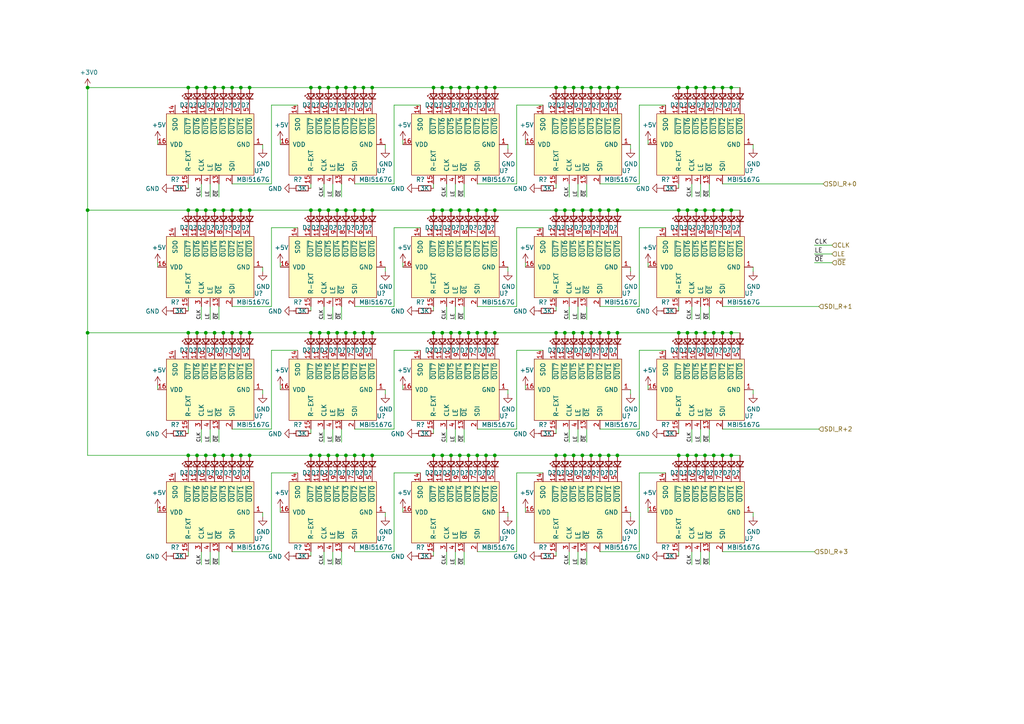
<source format=kicad_sch>
(kicad_sch (version 20230121) (generator eeschema)
  (paper "A4")
  (junction (at 57.15 96.52))
  (junction (at 209.55 132.08))
  (junction (at 207.01 60.96))
  (junction (at 25.4 60.96))
  (junction (at 95.25 25.4))
  (junction (at 179.07 132.08))
  (junction (at 105.41 132.08))
  (junction (at 100.33 132.08))
  (junction (at 207.01 96.52))
  (junction (at 72.39 25.4))
  (junction (at 54.61 96.52))
  (junction (at 201.93 96.52))
  (junction (at 133.35 60.96))
  (junction (at 143.51 132.08))
  (junction (at 207.01 132.08))
  (junction (at 72.39 60.96))
  (junction (at 163.83 25.4))
  (junction (at 95.25 132.08))
  (junction (at 97.79 132.08))
  (junction (at 90.17 96.52))
  (junction (at 204.47 60.96))
  (junction (at 67.31 25.4))
  (junction (at 173.99 96.52))
  (junction (at 54.61 60.96))
  (junction (at 133.35 25.4))
  (junction (at 102.87 25.4))
  (junction (at 62.23 96.52))
  (junction (at 105.41 96.52))
  (junction (at 166.37 60.96))
  (junction (at 166.37 132.08))
  (junction (at 161.29 60.96))
  (junction (at 140.97 132.08))
  (junction (at 173.99 25.4))
  (junction (at 62.23 132.08))
  (junction (at 138.43 25.4))
  (junction (at 176.53 132.08))
  (junction (at 125.73 132.08))
  (junction (at 25.4 25.4))
  (junction (at 171.45 132.08))
  (junction (at 90.17 60.96))
  (junction (at 128.27 25.4))
  (junction (at 97.79 25.4))
  (junction (at 199.39 96.52))
  (junction (at 143.51 96.52))
  (junction (at 138.43 60.96))
  (junction (at 100.33 60.96))
  (junction (at 97.79 60.96))
  (junction (at 135.89 60.96))
  (junction (at 199.39 60.96))
  (junction (at 95.25 96.52))
  (junction (at 105.41 60.96))
  (junction (at 69.85 96.52))
  (junction (at 128.27 60.96))
  (junction (at 212.09 96.52))
  (junction (at 59.69 25.4))
  (junction (at 130.81 60.96))
  (junction (at 125.73 25.4))
  (junction (at 196.85 96.52))
  (junction (at 196.85 25.4))
  (junction (at 168.91 25.4))
  (junction (at 161.29 25.4))
  (junction (at 179.07 25.4))
  (junction (at 59.69 132.08))
  (junction (at 161.29 96.52))
  (junction (at 201.93 25.4))
  (junction (at 163.83 60.96))
  (junction (at 107.95 132.08))
  (junction (at 179.07 60.96))
  (junction (at 67.31 60.96))
  (junction (at 209.55 96.52))
  (junction (at 135.89 96.52))
  (junction (at 67.31 96.52))
  (junction (at 64.77 132.08))
  (junction (at 168.91 132.08))
  (junction (at 125.73 60.96))
  (junction (at 92.71 132.08))
  (junction (at 135.89 132.08))
  (junction (at 207.01 25.4))
  (junction (at 199.39 25.4))
  (junction (at 199.39 132.08))
  (junction (at 168.91 96.52))
  (junction (at 92.71 60.96))
  (junction (at 212.09 132.08))
  (junction (at 138.43 96.52))
  (junction (at 72.39 132.08))
  (junction (at 67.31 132.08))
  (junction (at 100.33 25.4))
  (junction (at 176.53 60.96))
  (junction (at 201.93 132.08))
  (junction (at 212.09 60.96))
  (junction (at 196.85 132.08))
  (junction (at 173.99 132.08))
  (junction (at 25.4 96.52))
  (junction (at 171.45 96.52))
  (junction (at 209.55 60.96))
  (junction (at 62.23 60.96))
  (junction (at 133.35 96.52))
  (junction (at 64.77 96.52))
  (junction (at 90.17 132.08))
  (junction (at 62.23 25.4))
  (junction (at 128.27 96.52))
  (junction (at 176.53 25.4))
  (junction (at 57.15 132.08))
  (junction (at 163.83 96.52))
  (junction (at 166.37 96.52))
  (junction (at 57.15 60.96))
  (junction (at 107.95 25.4))
  (junction (at 64.77 60.96))
  (junction (at 69.85 25.4))
  (junction (at 64.77 25.4))
  (junction (at 168.91 60.96))
  (junction (at 133.35 132.08))
  (junction (at 135.89 25.4))
  (junction (at 72.39 96.52))
  (junction (at 212.09 25.4))
  (junction (at 69.85 132.08))
  (junction (at 179.07 96.52))
  (junction (at 140.97 25.4))
  (junction (at 125.73 96.52))
  (junction (at 90.17 25.4))
  (junction (at 102.87 60.96))
  (junction (at 97.79 96.52))
  (junction (at 92.71 25.4))
  (junction (at 107.95 96.52))
  (junction (at 173.99 60.96))
  (junction (at 100.33 96.52))
  (junction (at 107.95 60.96))
  (junction (at 92.71 96.52))
  (junction (at 140.97 96.52))
  (junction (at 69.85 60.96))
  (junction (at 128.27 132.08))
  (junction (at 140.97 60.96))
  (junction (at 57.15 25.4))
  (junction (at 204.47 25.4))
  (junction (at 102.87 132.08))
  (junction (at 204.47 132.08))
  (junction (at 143.51 25.4))
  (junction (at 166.37 25.4))
  (junction (at 138.43 132.08))
  (junction (at 102.87 96.52))
  (junction (at 204.47 96.52))
  (junction (at 176.53 96.52))
  (junction (at 59.69 60.96))
  (junction (at 196.85 60.96))
  (junction (at 130.81 96.52))
  (junction (at 59.69 96.52))
  (junction (at 54.61 25.4))
  (junction (at 161.29 132.08))
  (junction (at 105.41 25.4))
  (junction (at 201.93 60.96))
  (junction (at 143.51 60.96))
  (junction (at 209.55 25.4))
  (junction (at 163.83 132.08))
  (junction (at 95.25 60.96))
  (junction (at 171.45 60.96))
  (junction (at 130.81 25.4))
  (junction (at 54.61 132.08))
  (junction (at 171.45 25.4))
  (junction (at 130.81 132.08))
  (wire (pts (xy 54.61 60.96) (xy 25.4 60.96)))
  (wire (pts (xy 69.85 25.4) (xy 72.39 25.4)))
  (wire (pts (xy 196.85 96.52) (xy 199.39 96.52)))
  (wire (pts (xy 167.64 160.02) (xy 167.64 163.83)))
  (wire (pts (xy 166.37 96.52) (xy 168.91 96.52)))
  (wire (pts (xy 185.42 137.16) (xy 185.42 160.02)))
  (wire (pts (xy 134.62 53.34) (xy 134.62 57.15)))
  (wire (pts (xy 176.53 132.08) (xy 179.07 132.08)))
  (wire (pts (xy 59.69 96.52) (xy 62.23 96.52)))
  (wire (pts (xy 93.98 53.34) (xy 93.98 57.15)))
  (wire (pts (xy 54.61 161.29) (xy 54.61 160.02)))
  (wire (pts (xy 163.83 132.08) (xy 166.37 132.08)))
  (wire (pts (xy 92.71 96.52) (xy 95.25 96.52)))
  (wire (pts (xy 92.71 132.08) (xy 95.25 132.08)))
  (wire (pts (xy 114.3 66.04) (xy 114.3 88.9)))
  (wire (pts (xy 140.97 132.08) (xy 143.51 132.08)))
  (wire (pts (xy 199.39 25.4) (xy 201.93 25.4)))
  (wire (pts (xy 45.72 111.76) (xy 45.72 113.03)))
  (wire (pts (xy 207.01 132.08) (xy 209.55 132.08)))
  (wire (pts (xy 241.3 71.12) (xy 236.22 71.12)))
  (wire (pts (xy 196.85 54.61) (xy 196.85 53.34)))
  (wire (pts (xy 218.44 113.03) (xy 218.44 114.3)))
  (wire (pts (xy 125.73 96.52) (xy 107.95 96.52)))
  (wire (pts (xy 200.66 160.02) (xy 200.66 163.83)))
  (wire (pts (xy 67.31 60.96) (xy 69.85 60.96)))
  (wire (pts (xy 81.28 40.64) (xy 81.28 41.91)))
  (wire (pts (xy 138.43 96.52) (xy 140.97 96.52)))
  (wire (pts (xy 60.96 160.02) (xy 60.96 163.83)))
  (wire (pts (xy 57.15 132.08) (xy 59.69 132.08)))
  (wire (pts (xy 128.27 132.08) (xy 130.81 132.08)))
  (wire (pts (xy 135.89 60.96) (xy 138.43 60.96)))
  (wire (pts (xy 218.44 77.47) (xy 218.44 78.74)))
  (wire (pts (xy 93.98 160.02) (xy 93.98 163.83)))
  (wire (pts (xy 96.52 53.34) (xy 96.52 57.15)))
  (wire (pts (xy 69.85 96.52) (xy 72.39 96.52)))
  (wire (pts (xy 114.3 30.48) (xy 114.3 53.34)))
  (wire (pts (xy 185.42 101.6) (xy 185.42 124.46)))
  (wire (pts (xy 90.17 54.61) (xy 90.17 53.34)))
  (wire (pts (xy 165.1 88.9) (xy 165.1 92.71)))
  (wire (pts (xy 193.04 101.6) (xy 185.42 101.6)))
  (wire (pts (xy 114.3 88.9) (xy 102.87 88.9)))
  (wire (pts (xy 185.42 66.04) (xy 185.42 88.9)))
  (wire (pts (xy 212.09 60.96) (xy 214.63 60.96)))
  (wire (pts (xy 90.17 125.73) (xy 90.17 124.46)))
  (wire (pts (xy 185.42 88.9) (xy 173.99 88.9)))
  (wire (pts (xy 205.74 160.02) (xy 205.74 163.83)))
  (wire (pts (xy 157.48 66.04) (xy 149.86 66.04)))
  (wire (pts (xy 125.73 132.08) (xy 128.27 132.08)))
  (wire (pts (xy 62.23 132.08) (xy 64.77 132.08)))
  (wire (pts (xy 165.1 53.34) (xy 165.1 57.15)))
  (wire (pts (xy 100.33 96.52) (xy 102.87 96.52)))
  (wire (pts (xy 90.17 25.4) (xy 92.71 25.4)))
  (wire (pts (xy 86.36 137.16) (xy 78.74 137.16)))
  (wire (pts (xy 173.99 96.52) (xy 176.53 96.52)))
  (wire (pts (xy 125.73 161.29) (xy 125.73 160.02)))
  (wire (pts (xy 59.69 60.96) (xy 62.23 60.96)))
  (wire (pts (xy 128.27 25.4) (xy 130.81 25.4)))
  (wire (pts (xy 168.91 60.96) (xy 171.45 60.96)))
  (wire (pts (xy 45.72 147.32) (xy 45.72 148.59)))
  (wire (pts (xy 196.85 96.52) (xy 179.07 96.52)))
  (wire (pts (xy 25.4 25.4) (xy 25.4 60.96)))
  (wire (pts (xy 171.45 132.08) (xy 173.99 132.08)))
  (wire (pts (xy 67.31 96.52) (xy 69.85 96.52)))
  (wire (pts (xy 209.55 124.46) (xy 237.49 124.46)))
  (wire (pts (xy 168.91 132.08) (xy 171.45 132.08)))
  (wire (pts (xy 134.62 160.02) (xy 134.62 163.83)))
  (wire (pts (xy 204.47 25.4) (xy 207.01 25.4)))
  (wire (pts (xy 111.76 41.91) (xy 111.76 43.18)))
  (wire (pts (xy 128.27 60.96) (xy 130.81 60.96)))
  (wire (pts (xy 140.97 60.96) (xy 143.51 60.96)))
  (wire (pts (xy 196.85 132.08) (xy 199.39 132.08)))
  (wire (pts (xy 185.42 30.48) (xy 185.42 53.34)))
  (wire (pts (xy 59.69 25.4) (xy 62.23 25.4)))
  (wire (pts (xy 185.42 124.46) (xy 173.99 124.46)))
  (wire (pts (xy 57.15 60.96) (xy 59.69 60.96)))
  (wire (pts (xy 166.37 25.4) (xy 168.91 25.4)))
  (wire (pts (xy 76.2 114.3) (xy 76.2 113.03)))
  (wire (pts (xy 218.44 148.59) (xy 218.44 149.86)))
  (wire (pts (xy 147.32 77.47) (xy 147.32 78.74)))
  (wire (pts (xy 170.18 160.02) (xy 170.18 163.83)))
  (wire (pts (xy 167.64 88.9) (xy 167.64 92.71)))
  (wire (pts (xy 125.73 60.96) (xy 128.27 60.96)))
  (wire (pts (xy 170.18 124.46) (xy 170.18 128.27)))
  (wire (pts (xy 166.37 132.08) (xy 168.91 132.08)))
  (wire (pts (xy 105.41 25.4) (xy 107.95 25.4)))
  (wire (pts (xy 196.85 161.29) (xy 196.85 160.02)))
  (wire (pts (xy 170.18 53.34) (xy 170.18 57.15)))
  (wire (pts (xy 111.76 77.47) (xy 111.76 78.74)))
  (wire (pts (xy 60.96 124.46) (xy 60.96 128.27)))
  (wire (pts (xy 125.73 90.17) (xy 125.73 88.9)))
  (wire (pts (xy 152.4 76.2) (xy 152.4 77.47)))
  (wire (pts (xy 76.2 149.86) (xy 76.2 148.59)))
  (wire (pts (xy 54.61 96.52) (xy 25.4 96.52)))
  (wire (pts (xy 54.61 25.4) (xy 57.15 25.4)))
  (wire (pts (xy 205.74 53.34) (xy 205.74 57.15)))
  (wire (pts (xy 168.91 96.52) (xy 171.45 96.52)))
  (wire (pts (xy 90.17 96.52) (xy 72.39 96.52)))
  (wire (pts (xy 132.08 160.02) (xy 132.08 163.83)))
  (wire (pts (xy 201.93 96.52) (xy 204.47 96.52)))
  (wire (pts (xy 81.28 76.2) (xy 81.28 77.47)))
  (wire (pts (xy 63.5 124.46) (xy 63.5 128.27)))
  (wire (pts (xy 147.32 113.03) (xy 147.32 114.3)))
  (wire (pts (xy 149.86 101.6) (xy 149.86 124.46)))
  (wire (pts (xy 200.66 88.9) (xy 200.66 92.71)))
  (wire (pts (xy 196.85 132.08) (xy 179.07 132.08)))
  (wire (pts (xy 86.36 101.6) (xy 78.74 101.6)))
  (wire (pts (xy 205.74 88.9) (xy 205.74 92.71)))
  (wire (pts (xy 130.81 60.96) (xy 133.35 60.96)))
  (wire (pts (xy 170.18 88.9) (xy 170.18 92.71)))
  (wire (pts (xy 201.93 25.4) (xy 204.47 25.4)))
  (wire (pts (xy 138.43 60.96) (xy 140.97 60.96)))
  (wire (pts (xy 203.2 53.34) (xy 203.2 57.15)))
  (wire (pts (xy 163.83 60.96) (xy 166.37 60.96)))
  (wire (pts (xy 241.3 73.66) (xy 236.22 73.66)))
  (wire (pts (xy 125.73 132.08) (xy 107.95 132.08)))
  (wire (pts (xy 204.47 96.52) (xy 207.01 96.52)))
  (wire (pts (xy 129.54 53.34) (xy 129.54 57.15)))
  (wire (pts (xy 176.53 96.52) (xy 179.07 96.52)))
  (wire (pts (xy 54.61 54.61) (xy 54.61 53.34)))
  (wire (pts (xy 54.61 132.08) (xy 57.15 132.08)))
  (wire (pts (xy 63.5 53.34) (xy 63.5 57.15)))
  (wire (pts (xy 201.93 60.96) (xy 204.47 60.96)))
  (wire (pts (xy 54.61 90.17) (xy 54.61 88.9)))
  (wire (pts (xy 125.73 60.96) (xy 107.95 60.96)))
  (wire (pts (xy 133.35 60.96) (xy 135.89 60.96)))
  (wire (pts (xy 185.42 53.34) (xy 173.99 53.34)))
  (wire (pts (xy 193.04 30.48) (xy 185.42 30.48)))
  (wire (pts (xy 161.29 25.4) (xy 143.51 25.4)))
  (wire (pts (xy 121.92 101.6) (xy 114.3 101.6)))
  (wire (pts (xy 209.55 96.52) (xy 212.09 96.52)))
  (wire (pts (xy 57.15 96.52) (xy 59.69 96.52)))
  (wire (pts (xy 78.74 66.04) (xy 78.74 88.9)))
  (wire (pts (xy 100.33 25.4) (xy 102.87 25.4)))
  (wire (pts (xy 125.73 96.52) (xy 128.27 96.52)))
  (wire (pts (xy 203.2 124.46) (xy 203.2 128.27)))
  (wire (pts (xy 176.53 60.96) (xy 179.07 60.96)))
  (wire (pts (xy 218.44 41.91) (xy 218.44 43.18)))
  (wire (pts (xy 133.35 132.08) (xy 135.89 132.08)))
  (wire (pts (xy 95.25 96.52) (xy 97.79 96.52)))
  (wire (pts (xy 125.73 25.4) (xy 128.27 25.4)))
  (wire (pts (xy 54.61 132.08) (xy 25.4 132.08)))
  (wire (pts (xy 54.61 96.52) (xy 57.15 96.52)))
  (wire (pts (xy 129.54 124.46) (xy 129.54 128.27)))
  (wire (pts (xy 86.36 66.04) (xy 78.74 66.04)))
  (wire (pts (xy 78.74 160.02) (xy 67.31 160.02)))
  (wire (pts (xy 129.54 88.9) (xy 129.54 92.71)))
  (wire (pts (xy 90.17 90.17) (xy 90.17 88.9)))
  (wire (pts (xy 149.86 30.48) (xy 149.86 53.34)))
  (wire (pts (xy 147.32 148.59) (xy 147.32 149.86)))
  (wire (pts (xy 93.98 88.9) (xy 93.98 92.71)))
  (wire (pts (xy 95.25 25.4) (xy 97.79 25.4)))
  (wire (pts (xy 57.15 25.4) (xy 59.69 25.4)))
  (wire (pts (xy 196.85 25.4) (xy 199.39 25.4)))
  (wire (pts (xy 199.39 132.08) (xy 201.93 132.08)))
  (wire (pts (xy 105.41 132.08) (xy 107.95 132.08)))
  (wire (pts (xy 95.25 132.08) (xy 97.79 132.08)))
  (wire (pts (xy 130.81 25.4) (xy 133.35 25.4)))
  (wire (pts (xy 54.61 125.73) (xy 54.61 124.46)))
  (wire (pts (xy 25.4 25.4) (xy 54.61 25.4)))
  (wire (pts (xy 193.04 66.04) (xy 185.42 66.04)))
  (wire (pts (xy 72.39 25.4) (xy 90.17 25.4)))
  (wire (pts (xy 187.96 111.76) (xy 187.96 113.03)))
  (wire (pts (xy 134.62 88.9) (xy 134.62 92.71)))
  (wire (pts (xy 90.17 132.08) (xy 72.39 132.08)))
  (wire (pts (xy 114.3 124.46) (xy 102.87 124.46)))
  (wire (pts (xy 130.81 96.52) (xy 133.35 96.52)))
  (wire (pts (xy 97.79 60.96) (xy 100.33 60.96)))
  (wire (pts (xy 25.4 60.96) (xy 25.4 96.52)))
  (wire (pts (xy 60.96 88.9) (xy 60.96 92.71)))
  (wire (pts (xy 99.06 53.34) (xy 99.06 57.15)))
  (wire (pts (xy 64.77 132.08) (xy 67.31 132.08)))
  (wire (pts (xy 45.72 76.2) (xy 45.72 77.47)))
  (wire (pts (xy 161.29 132.08) (xy 143.51 132.08)))
  (wire (pts (xy 92.71 60.96) (xy 95.25 60.96)))
  (wire (pts (xy 165.1 160.02) (xy 165.1 163.83)))
  (wire (pts (xy 58.42 160.02) (xy 58.42 163.83)))
  (wire (pts (xy 161.29 161.29) (xy 161.29 160.02)))
  (wire (pts (xy 96.52 88.9) (xy 96.52 92.71)))
  (wire (pts (xy 125.73 54.61) (xy 125.73 53.34)))
  (wire (pts (xy 167.64 124.46) (xy 167.64 128.27)))
  (wire (pts (xy 90.17 96.52) (xy 92.71 96.52)))
  (wire (pts (xy 97.79 132.08) (xy 100.33 132.08)))
  (wire (pts (xy 182.88 113.03) (xy 182.88 114.3)))
  (wire (pts (xy 200.66 53.34) (xy 200.66 57.15)))
  (wire (pts (xy 78.74 53.34) (xy 67.31 53.34)))
  (wire (pts (xy 152.4 111.76) (xy 152.4 113.03)))
  (wire (pts (xy 114.3 137.16) (xy 114.3 160.02)))
  (wire (pts (xy 102.87 132.08) (xy 105.41 132.08)))
  (wire (pts (xy 97.79 96.52) (xy 100.33 96.52)))
  (wire (pts (xy 62.23 25.4) (xy 64.77 25.4)))
  (wire (pts (xy 130.81 132.08) (xy 133.35 132.08)))
  (wire (pts (xy 182.88 41.91) (xy 182.88 43.18)))
  (wire (pts (xy 196.85 60.96) (xy 179.07 60.96)))
  (wire (pts (xy 201.93 132.08) (xy 204.47 132.08)))
  (wire (pts (xy 121.92 66.04) (xy 114.3 66.04)))
  (wire (pts (xy 209.55 88.9) (xy 237.49 88.9)))
  (wire (pts (xy 96.52 160.02) (xy 96.52 163.83)))
  (wire (pts (xy 196.85 90.17) (xy 196.85 88.9)))
  (wire (pts (xy 69.85 132.08) (xy 72.39 132.08)))
  (wire (pts (xy 64.77 60.96) (xy 67.31 60.96)))
  (wire (pts (xy 196.85 60.96) (xy 199.39 60.96)))
  (wire (pts (xy 81.28 111.76) (xy 81.28 113.03)))
  (wire (pts (xy 187.96 76.2) (xy 187.96 77.47)))
  (wire (pts (xy 67.31 132.08) (xy 69.85 132.08)))
  (wire (pts (xy 99.06 160.02) (xy 99.06 163.83)))
  (wire (pts (xy 135.89 132.08) (xy 138.43 132.08)))
  (wire (pts (xy 161.29 125.73) (xy 161.29 124.46)))
  (wire (pts (xy 102.87 25.4) (xy 105.41 25.4)))
  (wire (pts (xy 173.99 25.4) (xy 176.53 25.4)))
  (wire (pts (xy 59.69 132.08) (xy 62.23 132.08)))
  (wire (pts (xy 171.45 25.4) (xy 173.99 25.4)))
  (wire (pts (xy 147.32 41.91) (xy 147.32 43.18)))
  (wire (pts (xy 45.72 40.64) (xy 45.72 41.91)))
  (wire (pts (xy 161.29 96.52) (xy 163.83 96.52)))
  (wire (pts (xy 161.29 54.61) (xy 161.29 53.34)))
  (wire (pts (xy 199.39 60.96) (xy 201.93 60.96)))
  (wire (pts (xy 187.96 147.32) (xy 187.96 148.59)))
  (wire (pts (xy 116.84 147.32) (xy 116.84 148.59)))
  (wire (pts (xy 93.98 124.46) (xy 93.98 128.27)))
  (wire (pts (xy 163.83 25.4) (xy 166.37 25.4)))
  (wire (pts (xy 204.47 60.96) (xy 207.01 60.96)))
  (wire (pts (xy 100.33 60.96) (xy 102.87 60.96)))
  (wire (pts (xy 200.66 124.46) (xy 200.66 128.27)))
  (wire (pts (xy 161.29 132.08) (xy 163.83 132.08)))
  (wire (pts (xy 121.92 30.48) (xy 114.3 30.48)))
  (wire (pts (xy 173.99 132.08) (xy 176.53 132.08)))
  (wire (pts (xy 152.4 40.64) (xy 152.4 41.91)))
  (wire (pts (xy 69.85 60.96) (xy 72.39 60.96)))
  (wire (pts (xy 78.74 88.9) (xy 67.31 88.9)))
  (wire (pts (xy 90.17 132.08) (xy 92.71 132.08)))
  (wire (pts (xy 111.76 148.59) (xy 111.76 149.86)))
  (wire (pts (xy 238.76 53.34) (xy 209.55 53.34)))
  (wire (pts (xy 168.91 25.4) (xy 171.45 25.4)))
  (wire (pts (xy 111.76 113.03) (xy 111.76 114.3)))
  (wire (pts (xy 125.73 25.4) (xy 107.95 25.4)))
  (wire (pts (xy 135.89 96.52) (xy 138.43 96.52)))
  (wire (pts (xy 149.86 53.34) (xy 138.43 53.34)))
  (wire (pts (xy 138.43 132.08) (xy 140.97 132.08)))
  (wire (pts (xy 212.09 25.4) (xy 214.63 25.4)))
  (wire (pts (xy 114.3 53.34) (xy 102.87 53.34)))
  (wire (pts (xy 161.29 60.96) (xy 163.83 60.96)))
  (wire (pts (xy 97.79 25.4) (xy 100.33 25.4)))
  (wire (pts (xy 90.17 60.96) (xy 72.39 60.96)))
  (wire (pts (xy 161.29 25.4) (xy 163.83 25.4)))
  (wire (pts (xy 78.74 124.46) (xy 67.31 124.46)))
  (wire (pts (xy 157.48 101.6) (xy 149.86 101.6)))
  (wire (pts (xy 199.39 96.52) (xy 201.93 96.52)))
  (wire (pts (xy 78.74 137.16) (xy 78.74 160.02)))
  (wire (pts (xy 25.4 132.08) (xy 25.4 96.52)))
  (wire (pts (xy 96.52 124.46) (xy 96.52 128.27)))
  (wire (pts (xy 212.09 132.08) (xy 214.63 132.08)))
  (wire (pts (xy 182.88 77.47) (xy 182.88 78.74)))
  (wire (pts (xy 149.86 88.9) (xy 138.43 88.9)))
  (wire (pts (xy 76.2 43.18) (xy 76.2 41.91)))
  (wire (pts (xy 129.54 160.02) (xy 129.54 163.83)))
  (wire (pts (xy 157.48 30.48) (xy 149.86 30.48)))
  (wire (pts (xy 102.87 96.52) (xy 105.41 96.52)))
  (wire (pts (xy 78.74 101.6) (xy 78.74 124.46)))
  (wire (pts (xy 173.99 60.96) (xy 176.53 60.96)))
  (wire (pts (xy 86.36 30.48) (xy 78.74 30.48)))
  (wire (pts (xy 64.77 25.4) (xy 67.31 25.4)))
  (wire (pts (xy 134.62 124.46) (xy 134.62 128.27)))
  (wire (pts (xy 171.45 96.52) (xy 173.99 96.52)))
  (wire (pts (xy 171.45 60.96) (xy 173.99 60.96)))
  (wire (pts (xy 166.37 60.96) (xy 168.91 60.96)))
  (wire (pts (xy 99.06 124.46) (xy 99.06 128.27)))
  (wire (pts (xy 90.17 60.96) (xy 92.71 60.96)))
  (wire (pts (xy 78.74 30.48) (xy 78.74 53.34)))
  (wire (pts (xy 62.23 60.96) (xy 64.77 60.96)))
  (wire (pts (xy 157.48 137.16) (xy 149.86 137.16)))
  (wire (pts (xy 67.31 25.4) (xy 69.85 25.4)))
  (wire (pts (xy 63.5 88.9) (xy 63.5 92.71)))
  (wire (pts (xy 114.3 101.6) (xy 114.3 124.46)))
  (wire (pts (xy 176.53 25.4) (xy 179.07 25.4)))
  (wire (pts (xy 116.84 76.2) (xy 116.84 77.47)))
  (wire (pts (xy 62.23 96.52) (xy 64.77 96.52)))
  (wire (pts (xy 207.01 25.4) (xy 209.55 25.4)))
  (wire (pts (xy 203.2 88.9) (xy 203.2 92.71)))
  (wire (pts (xy 132.08 88.9) (xy 132.08 92.71)))
  (wire (pts (xy 64.77 96.52) (xy 67.31 96.52)))
  (wire (pts (xy 196.85 25.4) (xy 179.07 25.4)))
  (wire (pts (xy 152.4 147.32) (xy 152.4 148.59)))
  (wire (pts (xy 58.42 124.46) (xy 58.42 128.27)))
  (wire (pts (xy 116.84 111.76) (xy 116.84 113.03)))
  (wire (pts (xy 207.01 60.96) (xy 209.55 60.96)))
  (wire (pts (xy 207.01 96.52) (xy 209.55 96.52)))
  (wire (pts (xy 149.86 66.04) (xy 149.86 88.9)))
  (wire (pts (xy 165.1 124.46) (xy 165.1 128.27)))
  (wire (pts (xy 203.2 160.02) (xy 203.2 163.83)))
  (wire (pts (xy 182.88 148.59) (xy 182.88 149.86)))
  (wire (pts (xy 140.97 25.4) (xy 143.51 25.4)))
  (wire (pts (xy 241.3 76.2) (xy 236.22 76.2)))
  (wire (pts (xy 209.55 60.96) (xy 212.09 60.96)))
  (wire (pts (xy 95.25 60.96) (xy 97.79 60.96)))
  (wire (pts (xy 60.96 53.34) (xy 60.96 57.15)))
  (wire (pts (xy 121.92 137.16) (xy 114.3 137.16)))
  (wire (pts (xy 187.96 40.64) (xy 187.96 41.91)))
  (wire (pts (xy 63.5 160.02) (xy 63.5 163.83)))
  (wire (pts (xy 209.55 160.02) (xy 236.22 160.02)))
  (wire (pts (xy 196.85 125.73) (xy 196.85 124.46)))
  (wire (pts (xy 193.04 137.16) (xy 185.42 137.16)))
  (wire (pts (xy 125.73 125.73) (xy 125.73 124.46)))
  (wire (pts (xy 185.42 160.02) (xy 173.99 160.02)))
  (wire (pts (xy 105.41 60.96) (xy 107.95 60.96)))
  (wire (pts (xy 133.35 96.52) (xy 135.89 96.52)))
  (wire (pts (xy 76.2 78.74) (xy 76.2 77.47)))
  (wire (pts (xy 90.17 161.29) (xy 90.17 160.02)))
  (wire (pts (xy 128.27 96.52) (xy 130.81 96.52)))
  (wire (pts (xy 161.29 60.96) (xy 143.51 60.96)))
  (wire (pts (xy 209.55 25.4) (xy 212.09 25.4)))
  (wire (pts (xy 149.86 160.02) (xy 138.43 160.02)))
  (wire (pts (xy 58.42 53.34) (xy 58.42 57.15)))
  (wire (pts (xy 99.06 88.9) (xy 99.06 92.71)))
  (wire (pts (xy 149.86 124.46) (xy 138.43 124.46)))
  (wire (pts (xy 81.28 147.32) (xy 81.28 148.59)))
  (wire (pts (xy 161.29 90.17) (xy 161.29 88.9)))
  (wire (pts (xy 54.61 60.96) (xy 57.15 60.96)))
  (wire (pts (xy 116.84 40.64) (xy 116.84 41.91)))
  (wire (pts (xy 209.55 132.08) (xy 212.09 132.08)))
  (wire (pts (xy 100.33 132.08) (xy 102.87 132.08)))
  (wire (pts (xy 205.74 124.46) (xy 205.74 128.27)))
  (wire (pts (xy 167.64 53.34) (xy 167.64 57.15)))
  (wire (pts (xy 102.87 60.96) (xy 105.41 60.96)))
  (wire (pts (xy 138.43 25.4) (xy 140.97 25.4)))
  (wire (pts (xy 212.09 96.52) (xy 214.63 96.52)))
  (wire (pts (xy 204.47 132.08) (xy 207.01 132.08)))
  (wire (pts (xy 105.41 96.52) (xy 107.95 96.52)))
  (wire (pts (xy 58.42 88.9) (xy 58.42 92.71)))
  (wire (pts (xy 161.29 96.52) (xy 143.51 96.52)))
  (wire (pts (xy 114.3 160.02) (xy 102.87 160.02)))
  (wire (pts (xy 140.97 96.52) (xy 143.51 96.52)))
  (wire (pts (xy 132.08 53.34) (xy 132.08 57.15)))
  (wire (pts (xy 149.86 137.16) (xy 149.86 160.02)))
  (wire (pts (xy 163.83 96.52) (xy 166.37 96.52)))
  (wire (pts (xy 92.71 25.4) (xy 95.25 25.4)))
  (wire (pts (xy 132.08 124.46) (xy 132.08 128.27)))
  (wire (pts (xy 133.35 25.4) (xy 135.89 25.4)))
  (wire (pts (xy 135.89 25.4) (xy 138.43 25.4)))
  (label "LE" (at 96.52 128.27 90) (effects (font (size 0.9906 0.9906))))
  (label "LE" (at 203.2 128.27 90) (effects (font (size 0.9906 0.9906))))
  (label "CLK" (at 93.98 57.15 90) (effects (font (size 0.9906 0.9906))))
  (label "LE" (at 236.22 73.66 0))
  (label "CLK" (at 129.54 163.83 90) (effects (font (size 0.9906 0.9906))))
  (label "~{OE}" (at 236.22 76.2 0))
  (label "CLK" (at 200.66 163.83 90) (effects (font (size 0.9906 0.9906))))
  (label "~{OE}" (at 63.5 128.27 90) (effects (font (size 0.9906 0.9906))))
  (label "~{OE}" (at 99.06 92.71 90) (effects (font (size 0.9906 0.9906))))
  (label "CLK" (at 58.42 92.71 90) (effects (font (size 0.9906 0.9906))))
  (label "LE" (at 167.64 163.83 90) (effects (font (size 0.9906 0.9906))))
  (label "~{OE}" (at 134.62 163.83 90) (effects (font (size 0.9906 0.9906))))
  (label "CLK" (at 93.98 92.71 90) (effects (font (size 0.9906 0.9906))))
  (label "~{OE}" (at 170.18 92.71 90) (effects (font (size 0.9906 0.9906))))
  (label "LE" (at 132.08 92.71 90) (effects (font (size 0.9906 0.9906))))
  (label "LE" (at 167.64 92.71 90) (effects (font (size 0.9906 0.9906))))
  (label "CLK" (at 165.1 57.15 90) (effects (font (size 0.9906 0.9906))))
  (label "LE" (at 96.52 92.71 90) (effects (font (size 0.9906 0.9906))))
  (label "LE" (at 60.96 163.83 90) (effects (font (size 0.9906 0.9906))))
  (label "CLK" (at 93.98 128.27 90) (effects (font (size 0.9906 0.9906))))
  (label "~{OE}" (at 99.06 57.15 90) (effects (font (size 0.9906 0.9906))))
  (label "CLK" (at 165.1 128.27 90) (effects (font (size 0.9906 0.9906))))
  (label "~{OE}" (at 205.74 128.27 90) (effects (font (size 0.9906 0.9906))))
  (label "LE" (at 96.52 57.15 90) (effects (font (size 0.9906 0.9906))))
  (label "CLK" (at 129.54 57.15 90) (effects (font (size 0.9906 0.9906))))
  (label "CLK" (at 129.54 128.27 90) (effects (font (size 0.9906 0.9906))))
  (label "CLK" (at 165.1 163.83 90) (effects (font (size 0.9906 0.9906))))
  (label "~{OE}" (at 170.18 163.83 90) (effects (font (size 0.9906 0.9906))))
  (label "~{OE}" (at 134.62 92.71 90) (effects (font (size 0.9906 0.9906))))
  (label "LE" (at 132.08 57.15 90) (effects (font (size 0.9906 0.9906))))
  (label "CLK" (at 58.42 57.15 90) (effects (font (size 0.9906 0.9906))))
  (label "CLK" (at 236.22 71.12 0))
  (label "CLK" (at 200.66 128.27 90) (effects (font (size 0.9906 0.9906))))
  (label "LE" (at 96.52 163.83 90) (effects (font (size 0.9906 0.9906))))
  (label "LE" (at 60.96 92.71 90) (effects (font (size 0.9906 0.9906))))
  (label "~{OE}" (at 170.18 128.27 90) (effects (font (size 0.9906 0.9906))))
  (label "CLK" (at 129.54 92.71 90) (effects (font (size 0.9906 0.9906))))
  (label "~{OE}" (at 99.06 163.83 90) (effects (font (size 0.9906 0.9906))))
  (label "~{OE}" (at 205.74 92.71 90) (effects (font (size 0.9906 0.9906))))
  (label "LE" (at 167.64 57.15 90) (effects (font (size 0.9906 0.9906))))
  (label "LE" (at 60.96 57.15 90) (effects (font (size 0.9906 0.9906))))
  (label "CLK" (at 200.66 92.71 90) (effects (font (size 0.9906 0.9906))))
  (label "LE" (at 132.08 163.83 90) (effects (font (size 0.9906 0.9906))))
  (label "~{OE}" (at 99.06 128.27 90) (effects (font (size 0.9906 0.9906))))
  (label "CLK" (at 93.98 163.83 90) (effects (font (size 0.9906 0.9906))))
  (label "~{OE}" (at 205.74 163.83 90) (effects (font (size 0.9906 0.9906))))
  (label "CLK" (at 200.66 57.15 90) (effects (font (size 0.9906 0.9906))))
  (label "CLK" (at 58.42 128.27 90) (effects (font (size 0.9906 0.9906))))
  (label "LE" (at 132.08 128.27 90) (effects (font (size 0.9906 0.9906))))
  (label "~{OE}" (at 205.74 57.15 90) (effects (font (size 0.9906 0.9906))))
  (label "LE" (at 203.2 57.15 90) (effects (font (size 0.9906 0.9906))))
  (label "~{OE}" (at 170.18 57.15 90) (effects (font (size 0.9906 0.9906))))
  (label "LE" (at 203.2 163.83 90) (effects (font (size 0.9906 0.9906))))
  (label "LE" (at 203.2 92.71 90) (effects (font (size 0.9906 0.9906))))
  (label "LE" (at 60.96 128.27 90) (effects (font (size 0.9906 0.9906))))
  (label "~{OE}" (at 63.5 163.83 90) (effects (font (size 0.9906 0.9906))))
  (label "~{OE}" (at 63.5 92.71 90) (effects (font (size 0.9906 0.9906))))
  (label "CLK" (at 58.42 163.83 90) (effects (font (size 0.9906 0.9906))))
  (label "LE" (at 167.64 128.27 90) (effects (font (size 0.9906 0.9906))))
  (label "~{OE}" (at 134.62 57.15 90) (effects (font (size 0.9906 0.9906))))
  (label "~{OE}" (at 134.62 128.27 90) (effects (font (size 0.9906 0.9906))))
  (label "~{OE}" (at 63.5 57.15 90) (effects (font (size 0.9906 0.9906))))
  (label "CLK" (at 165.1 92.71 90) (effects (font (size 0.9906 0.9906))))
  (hierarchical_label "CLK" (shape input) (at 241.3 71.12 0))
  (hierarchical_label "SDI_R+2" (shape input) (at 237.49 124.46 0))
  (hierarchical_label "LE" (shape input) (at 241.3 73.66 0))
  (hierarchical_label "SDI_R+1" (shape input) (at 237.49 88.9 0))
  (hierarchical_label "~{OE}" (shape input) (at 241.3 76.2 0))
  (hierarchical_label "SDI_R+0" (shape input) (at 238.76 53.34 0))
  (hierarchical_label "SDI_R+3" (shape input) (at 236.22 160.02 0))
  (symbol (lib_id "LedMatrixBusLarge-rescue:MBI5167G-LedDriverIc") (at 132.08 148.59 90) (unit 1)
    (property "Reference" "U?" (at 144.78 156.21 90) (effects (justify right)))
    (property "Value" "MBI5167G" (at 139.7 158.75 90) (effects (justify right)))
  )
  (symbol (lib_id "power:+5V") (at 45.72 147.32 0) (unit 1)
    (property "Reference" "#PWR?" (effects hide))
    (property "Value" "+5V" (at 46.101 142.9258 0))
  )
  (symbol (lib_id "power:+5V") (at 116.84 147.32 0) (unit 1)
    (property "Reference" "#PWR?" (effects hide))
    (property "Value" "+5V" (at 117.221 142.9258 0))
  )
  (symbol (lib_id "power:GND") (at 147.32 149.86 0) (unit 1)
    (property "Reference" "#PWR?" (effects hide))
    (property "Value" "GND" (at 147.447 154.2542 0))
  )
  (symbol (lib_id "power:+5V") (at 152.4 147.32 0) (unit 1)
    (property "Reference" "#PWR?" (effects hide))
    (property "Value" "+5V" (at 152.781 142.9258 0))
  )
  (symbol (lib_id "power:GND") (at 182.88 149.86 0) (unit 1)
    (property "Reference" "#PWR?" (effects hide))
    (property "Value" "GND" (at 183.007 154.2542 0))
  )
  (symbol (lib_id "power:GND") (at 218.44 149.86 0) (unit 1)
    (property "Reference" "#PWR?" (effects hide))
    (property "Value" "GND" (at 218.567 154.2542 0))
  )
  (symbol (lib_id "power:GND") (at 76.2 149.86 0) (unit 1)
    (property "Reference" "#PWR?" (effects hide))
    (property "Value" "GND" (at 76.327 154.2542 0))
  )
  (symbol (lib_id "LedMatrixBusLarge-rescue:MBI5167G-LedDriverIc") (at 132.08 113.03 90) (unit 1)
    (property "Reference" "U?" (at 144.78 120.65 90) (effects (justify right)))
    (property "Value" "MBI5167G" (at 139.7 123.19 90) (effects (justify right)))
  )
  (symbol (lib_id "power:+5V") (at 81.28 111.76 0) (unit 1)
    (property "Reference" "#PWR?" (effects hide))
    (property "Value" "+5V" (at 81.661 107.3658 0))
  )
  (symbol (lib_id "power:GND") (at 111.76 114.3 0) (unit 1)
    (property "Reference" "#PWR?" (effects hide))
    (property "Value" "GND" (at 111.887 118.6942 0))
  )
  (symbol (lib_id "power:+5V") (at 116.84 111.76 0) (unit 1)
    (property "Reference" "#PWR?" (effects hide))
    (property "Value" "+5V" (at 117.221 107.3658 0))
  )
  (symbol (lib_id "power:GND") (at 182.88 114.3 0) (unit 1)
    (property "Reference" "#PWR?" (effects hide))
    (property "Value" "GND" (at 183.007 118.6942 0))
  )
  (symbol (lib_id "LedMatrixBusLarge-rescue:MBI5167G-LedDriverIc") (at 203.2 113.03 90) (unit 1)
    (property "Reference" "U?" (at 215.9 120.65 90) (effects (justify right)))
    (property "Value" "MBI5167G" (at 210.82 123.19 90) (effects (justify right)))
  )
  (symbol (lib_id "LedMatrixBusLarge-rescue:MBI5167G-LedDriverIc") (at 96.52 77.47 90) (unit 1)
    (property "Reference" "U?" (at 109.22 85.09 90) (effects (justify right)))
    (property "Value" "MBI5167G" (at 104.14 87.63 90) (effects (justify right)))
  )
  (symbol (lib_id "LedMatrixBusLarge-rescue:MBI5167G-LedDriverIc") (at 132.08 77.47 90) (unit 1)
    (property "Reference" "U?" (at 144.78 85.09 90) (effects (justify right)))
    (property "Value" "MBI5167G" (at 139.7 87.63 90) (effects (justify right)))
  )
  (symbol (lib_id "power:+5V") (at 81.28 76.2 0) (unit 1)
    (property "Reference" "#PWR?" (effects hide))
    (property "Value" "+5V" (at 81.661 71.8058 0))
  )
  (symbol (lib_id "power:+5V") (at 45.72 76.2 0) (unit 1)
    (property "Reference" "#PWR?" (effects hide))
    (property "Value" "+5V" (at 46.101 71.8058 0))
  )
  (symbol (lib_id "power:GND") (at 111.76 78.74 0) (unit 1)
    (property "Reference" "#PWR?" (effects hide))
    (property "Value" "GND" (at 111.887 83.1342 0))
  )
  (symbol (lib_id "power:GND") (at 147.32 78.74 0) (unit 1)
    (property "Reference" "#PWR?" (effects hide))
    (property "Value" "GND" (at 147.447 83.1342 0))
  )
  (symbol (lib_id "power:+5V") (at 152.4 76.2 0) (unit 1)
    (property "Reference" "#PWR?" (effects hide))
    (property "Value" "+5V" (at 152.781 71.8058 0))
  )
  (symbol (lib_id "power:+5V") (at 187.96 76.2 0) (unit 1)
    (property "Reference" "#PWR?" (effects hide))
    (property "Value" "+5V" (at 188.341 71.8058 0))
  )
  (symbol (lib_id "LedMatrixBusLarge-rescue:MBI5167G-LedDriverIc") (at 132.08 41.91 90) (unit 1)
    (property "Reference" "U?" (at 144.78 49.53 90) (effects (justify right)))
    (property "Value" "MBI5167G" (at 139.7 52.07 90) (effects (justify right)))
  )
  (symbol (lib_id "power:+5V") (at 81.28 40.64 0) (unit 1)
    (property "Reference" "#PWR?" (effects hide))
    (property "Value" "+5V" (at 81.661 36.2458 0))
  )
  (symbol (lib_id "power:+5V") (at 116.84 40.64 0) (unit 1)
    (property "Reference" "#PWR?" (effects hide))
    (property "Value" "+5V" (at 117.221 36.2458 0))
  )
  (symbol (lib_id "power:GND") (at 147.32 43.18 0) (unit 1)
    (property "Reference" "#PWR?" (effects hide))
    (property "Value" "GND" (at 147.447 47.5742 0))
  )
  (symbol (lib_id "LedMatrixBusLarge-rescue:MBI5167G-LedDriverIc") (at 167.64 41.91 90) (unit 1)
    (property "Reference" "U?" (at 180.34 49.53 90) (effects (justify right)))
    (property "Value" "MBI5167G" (at 175.26 52.07 90) (effects (justify right)))
  )
  (symbol (lib_id "power:+5V") (at 152.4 40.64 0) (unit 1)
    (property "Reference" "#PWR?" (effects hide))
    (property "Value" "+5V" (at 152.781 36.2458 0))
  )
  (symbol (lib_id "LedMatrixBusLarge-rescue:MBI5167G-LedDriverIc") (at 203.2 41.91 90) (unit 1)
    (property "Reference" "U?" (at 215.9 49.53 90) (effects (justify right)))
    (property "Value" "MBI5167G" (at 210.82 52.07 90) (effects (justify right)))
  )
  (symbol (lib_id "power:+5V") (at 187.96 40.64 0) (unit 1)
    (property "Reference" "#PWR?" (effects hide))
    (property "Value" "+5V" (at 188.341 36.2458 0))
  )
  (symbol (lib_id "power:GND") (at 218.44 43.18 0) (unit 1)
    (property "Reference" "#PWR?" (effects hide))
    (property "Value" "GND" (at 218.567 47.5742 0))
  )
  (symbol (lib_id "Device:LED_Small") (at 62.23 27.94 90) (unit 1)
    (property "Reference" "D?" (at 59.69 30.48 90) (effects (justify right)))
    (property "Value" "LED_Small" (effects hide))
  )
  (symbol (lib_id "Device:LED_Small") (at 67.31 27.94 90) (unit 1)
    (property "Reference" "D?" (at 64.77 30.48 90) (effects (justify right)))
    (property "Value" "LED_Small" (effects hide))
  )
  (symbol (lib_id "Device:LED_Small") (at 69.85 27.94 90) (unit 1)
    (property "Reference" "D?" (at 67.31 30.48 90) (effects (justify right)))
    (property "Value" "LED_Small" (effects hide))
  )
  (symbol (lib_id "Device:LED_Small") (at 72.39 27.94 90) (unit 1)
    (property "Reference" "D?" (at 69.85 30.48 90) (effects (justify right)))
    (property "Value" "LED_Small" (effects hide))
  )
  (symbol (lib_id "Device:LED_Small") (at 90.17 27.94 90) (unit 1)
    (property "Reference" "D?" (at 87.63 30.48 90) (effects (justify right)))
    (property "Value" "LED_Small" (effects hide))
  )
  (symbol (lib_id "Device:LED_Small") (at 92.71 27.94 90) (unit 1)
    (property "Reference" "D?" (at 90.17 30.48 90) (effects (justify right)))
    (property "Value" "LED_Small" (effects hide))
  )
  (symbol (lib_id "Device:LED_Small") (at 102.87 27.94 90) (unit 1)
    (property "Reference" "D?" (at 100.33 30.48 90) (effects (justify right)))
    (property "Value" "LED_Small" (effects hide))
  )
  (symbol (lib_id "Device:LED_Small") (at 107.95 27.94 90) (unit 1)
    (property "Reference" "D?" (at 105.41 30.48 90) (effects (justify right)))
    (property "Value" "LED_Small" (effects hide))
  )
  (symbol (lib_id "Device:LED_Small") (at 125.73 27.94 90) (unit 1)
    (property "Reference" "D?" (at 123.19 30.48 90) (effects (justify right)))
    (property "Value" "LED_Small" (effects hide))
  )
  (symbol (lib_id "Device:LED_Small") (at 135.89 27.94 90) (unit 1)
    (property "Reference" "D?" (at 133.35 30.48 90) (effects (justify right)))
    (property "Value" "LED_Small" (effects hide))
  )
  (symbol (lib_id "Device:LED_Small") (at 138.43 27.94 90) (unit 1)
    (property "Reference" "D?" (at 135.89 30.48 90) (effects (justify right)))
    (property "Value" "LED_Small" (effects hide))
  )
  (symbol (lib_id "Device:LED_Small") (at 140.97 27.94 90) (unit 1)
    (property "Reference" "D?" (at 138.43 30.48 90) (effects (justify right)))
    (property "Value" "LED_Small" (effects hide))
  )
  (symbol (lib_id "Device:LED_Small") (at 199.39 27.94 90) (unit 1)
    (property "Reference" "D?" (at 196.85 30.48 90) (effects (justify right)))
    (property "Value" "LED_Small" (effects hide))
  )
  (symbol (lib_id "Device:LED_Small") (at 214.63 27.94 90) (unit 1)
    (property "Reference" "D?" (at 212.09 30.48 90) (effects (justify right)))
    (property "Value" "LED_Small" (effects hide))
  )
  (symbol (lib_id "Device:LED_Small") (at 57.15 63.5 90) (unit 1)
    (property "Reference" "D?" (at 54.61 66.04 90) (effects (justify right)))
    (property "Value" "LED_Small" (effects hide))
  )
  (symbol (lib_id "Device:LED_Small") (at 59.69 63.5 90) (unit 1)
    (property "Reference" "D?" (at 57.15 66.04 90) (effects (justify right)))
    (property "Value" "LED_Small" (effects hide))
  )
  (symbol (lib_id "Device:LED_Small") (at 62.23 63.5 90) (unit 1)
    (property "Reference" "D?" (at 59.69 66.04 90) (effects (justify right)))
    (property "Value" "LED_Small" (effects hide))
  )
  (symbol (lib_id "Device:LED_Small") (at 64.77 63.5 90) (unit 1)
    (property "Reference" "D?" (at 62.23 66.04 90) (effects (justify right)))
    (property "Value" "LED_Small" (effects hide))
  )
  (symbol (lib_id "Device:LED_Small") (at 67.31 63.5 90) (unit 1)
    (property "Reference" "D?" (at 64.77 66.04 90) (effects (justify right)))
    (property "Value" "LED_Small" (effects hide))
  )
  (symbol (lib_id "Device:LED_Small") (at 72.39 63.5 90) (unit 1)
    (property "Reference" "D?" (at 69.85 66.04 90) (effects (justify right)))
    (property "Value" "LED_Small" (effects hide))
  )
  (symbol (lib_id "Device:LED_Small") (at 90.17 63.5 90) (unit 1)
    (property "Reference" "D?" (at 87.63 66.04 90) (effects (justify right)))
    (property "Value" "LED_Small" (effects hide))
  )
  (symbol (lib_id "Device:LED_Small") (at 92.71 63.5 90) (unit 1)
    (property "Reference" "D?" (at 90.17 66.04 90) (effects (justify right)))
    (property "Value" "LED_Small" (effects hide))
  )
  (symbol (lib_id "Device:LED_Small") (at 102.87 63.5 90) (unit 1)
    (property "Reference" "D?" (at 100.33 66.04 90) (effects (justify right)))
    (property "Value" "LED_Small" (effects hide))
  )
  (symbol (lib_id "Device:LED_Small") (at 107.95 63.5 90) (unit 1)
    (property "Reference" "D?" (at 105.41 66.04 90) (effects (justify right)))
    (property "Value" "LED_Small" (effects hide))
  )
  (symbol (lib_id "Device:LED_Small") (at 133.35 63.5 90) (unit 1)
    (property "Reference" "D?" (at 130.81 66.04 90) (effects (justify right)))
    (property "Value" "LED_Small" (effects hide))
  )
  (symbol (lib_id "Device:LED_Small") (at 166.37 63.5 90) (unit 1)
    (property "Reference" "D?" (at 163.83 66.04 90) (effects (justify right)))
    (property "Value" "LED_Small" (effects hide))
  )
  (symbol (lib_id "Device:LED_Small") (at 168.91 63.5 90) (unit 1)
    (property "Reference" "D?" (at 166.37 66.04 90) (effects (justify right)))
    (property "Value" "LED_Small" (effects hide))
  )
  (symbol (lib_id "Device:LED_Small") (at 171.45 63.5 90) (unit 1)
    (property "Reference" "D?" (at 168.91 66.04 90) (effects (justify right)))
    (property "Value" "LED_Small" (effects hide))
  )
  (symbol (lib_id "Device:LED_Small") (at 173.99 63.5 90) (unit 1)
    (property "Reference" "D?" (at 171.45 66.04 90) (effects (justify right)))
    (property "Value" "LED_Small" (effects hide))
  )
  (symbol (lib_id "Device:LED_Small") (at 176.53 63.5 90) (unit 1)
    (property "Reference" "D?" (at 173.99 66.04 90) (effects (justify right)))
    (property "Value" "LED_Small" (effects hide))
  )
  (symbol (lib_id "Device:LED_Small") (at 179.07 63.5 90) (unit 1)
    (property "Reference" "D?" (at 176.53 66.04 90) (effects (justify right)))
    (property "Value" "LED_Small" (effects hide))
  )
  (symbol (lib_id "Device:LED_Small") (at 199.39 63.5 90) (unit 1)
    (property "Reference" "D?" (at 196.85 66.04 90) (effects (justify right)))
    (property "Value" "LED_Small" (effects hide))
  )
  (symbol (lib_id "Device:LED_Small") (at 201.93 63.5 90) (unit 1)
    (property "Reference" "D?" (at 199.39 66.04 90) (effects (justify right)))
    (property "Value" "LED_Small" (effects hide))
  )
  (symbol (lib_id "Device:LED_Small") (at 204.47 63.5 90) (unit 1)
    (property "Reference" "D?" (at 201.93 66.04 90) (effects (justify right)))
    (property "Value" "LED_Small" (effects hide))
  )
  (symbol (lib_id "Device:LED_Small") (at 214.63 63.5 90) (unit 1)
    (property "Reference" "D?" (at 212.09 66.04 90) (effects (justify right)))
    (property "Value" "LED_Small" (effects hide))
  )
  (symbol (lib_id "Device:LED_Small") (at 54.61 99.06 90) (unit 1)
    (property "Reference" "D?" (at 52.07 101.6 90) (effects (justify right)))
    (property "Value" "LED_Small" (effects hide))
  )
  (symbol (lib_id "Device:LED_Small") (at 57.15 99.06 90) (unit 1)
    (property "Reference" "D?" (at 54.61 101.6 90) (effects (justify right)))
    (property "Value" "LED_Small" (effects hide))
  )
  (symbol (lib_id "Device:LED_Small") (at 59.69 99.06 90) (unit 1)
    (property "Reference" "D?" (at 57.15 101.6 90) (effects (justify right)))
    (property "Value" "LED_Small" (effects hide))
  )
  (symbol (lib_id "Device:LED_Small") (at 62.23 99.06 90) (unit 1)
    (property "Reference" "D?" (at 59.69 101.6 90) (effects (justify right)))
    (property "Value" "LED_Small" (effects hide))
  )
  (symbol (lib_id "Device:LED_Small") (at 64.77 99.06 90) (unit 1)
    (property "Reference" "D?" (at 62.23 101.6 90) (effects (justify right)))
    (property "Value" "LED_Small" (effects hide))
  )
  (symbol (lib_id "Device:LED_Small") (at 67.31 99.06 90) (unit 1)
    (property "Reference" "D?" (at 64.77 101.6 90) (effects (justify right)))
    (property "Value" "LED_Small" (effects hide))
  )
  (symbol (lib_id "Device:LED_Small") (at 72.39 99.06 90) (unit 1)
    (property "Reference" "D?" (at 69.85 101.6 90) (effects (justify right)))
    (property "Value" "LED_Small" (effects hide))
  )
  (symbol (lib_id "Device:LED_Small") (at 90.17 99.06 90) (unit 1)
    (property "Reference" "D?" (at 87.63 101.6 90) (effects (justify right)))
    (property "Value" "LED_Small" (effects hide))
  )
  (symbol (lib_id "Device:LED_Small") (at 92.71 99.06 90) (unit 1)
    (property "Reference" "D?" (at 90.17 101.6 90) (effects (justify right)))
    (property "Value" "LED_Small" (effects hide))
  )
  (symbol (lib_id "Device:LED_Small") (at 95.25 99.06 90) (unit 1)
    (property "Reference" "D?" (at 92.71 101.6 90) (effects (justify right)))
    (property "Value" "LED_Small" (effects hide))
  )
  (symbol (lib_id "Device:LED_Small") (at 97.79 99.06 90) (unit 1)
    (property "Reference" "D?" (at 95.25 101.6 90) (effects (justify right)))
    (property "Value" "LED_Small" (effects hide))
  )
  (symbol (lib_id "Device:LED_Small") (at 102.87 99.06 90) (unit 1)
    (property "Reference" "D?" (at 100.33 101.6 90) (effects (justify right)))
    (property "Value" "LED_Small" (effects hide))
  )
  (symbol (lib_id "Device:LED_Small") (at 105.41 99.06 90) (unit 1)
    (property "Reference" "D?" (at 102.87 101.6 90) (effects (justify right)))
    (property "Value" "LED_Small" (effects hide))
  )
  (symbol (lib_id "Device:LED_Small") (at 107.95 99.06 90) (unit 1)
    (property "Reference" "D?" (at 105.41 101.6 90) (effects (justify right)))
    (property "Value" "LED_Small" (effects hide))
  )
  (symbol (lib_id "Device:LED_Small") (at 125.73 99.06 90) (unit 1)
    (property "Reference" "D?" (at 123.19 101.6 90) (effects (justify right)))
    (property "Value" "LED_Small" (effects hide))
  )
  (symbol (lib_id "Device:LED_Small") (at 128.27 99.06 90) (unit 1)
    (property "Reference" "D?" (at 125.73 101.6 90) (effects (justify right)))
    (property "Value" "LED_Small" (effects hide))
  )
  (symbol (lib_id "Device:LED_Small") (at 161.29 99.06 90) (unit 1)
    (property "Reference" "D?" (at 158.75 101.6 90) (effects (justify right)))
    (property "Value" "LED_Small" (effects hide))
  )
  (symbol (lib_id "Device:LED_Small") (at 163.83 99.06 90) (unit 1)
    (property "Reference" "D?" (at 161.29 101.6 90) (effects (justify right)))
    (property "Value" "LED_Small" (effects hide))
  )
  (symbol (lib_id "Device:LED_Small") (at 166.37 99.06 90) (unit 1)
    (property "Reference" "D?" (at 163.83 101.6 90) (effects (justify right)))
    (property "Value" "LED_Small" (effects hide))
  )
  (symbol (lib_id "Device:LED_Small") (at 168.91 99.06 90) (unit 1)
    (property "Reference" "D?" (at 166.37 101.6 90) (effects (justify right)))
    (property "Value" "LED_Small" (effects hide))
  )
  (symbol (lib_id "Device:LED_Small") (at 171.45 99.06 90) (unit 1)
    (property "Reference" "D?" (at 168.91 101.6 90) (effects (justify right)))
    (property "Value" "LED_Small" (effects hide))
  )
  (symbol (lib_id "Device:LED_Small") (at 173.99 99.06 90) (unit 1)
    (property "Reference" "D?" (at 171.45 101.6 90) (effects (justify right)))
    (property "Value" "LED_Small" (effects hide))
  )
  (symbol (lib_id "Device:LED_Small") (at 176.53 99.06 90) (unit 1)
    (property "Reference" "D?" (at 173.99 101.6 90) (effects (justify right)))
    (property "Value" "LED_Small" (effects hide))
  )
  (symbol (lib_id "Device:LED_Small") (at 196.85 99.06 90) (unit 1)
    (property "Reference" "D?" (at 194.31 101.6 90) (effects (justify right)))
    (property "Value" "LED_Small" (effects hide))
  )
  (symbol (lib_id "Device:LED_Small") (at 199.39 99.06 90) (unit 1)
    (property "Reference" "D?" (at 196.85 101.6 90) (effects (justify right)))
    (property "Value" "LED_Small" (effects hide))
  )
  (symbol (lib_id "Device:LED_Small") (at 201.93 99.06 90) (unit 1)
    (property "Reference" "D?" (at 199.39 101.6 90) (effects (justify right)))
    (property "Value" "LED_Small" (effects hide))
  )
  (symbol (lib_id "Device:LED_Small") (at 204.47 99.06 90) (unit 1)
    (property "Reference" "D?" (at 201.93 101.6 90) (effects (justify right)))
    (property "Value" "LED_Small" (effects hide))
  )
  (symbol (lib_id "Device:LED_Small") (at 214.63 99.06 90) (unit 1)
    (property "Reference" "D?" (at 212.09 101.6 90) (effects (justify right)))
    (property "Value" "LED_Small" (effects hide))
  )
  (symbol (lib_id "Device:LED_Small") (at 54.61 134.62 90) (unit 1)
    (property "Reference" "D?" (at 52.07 137.16 90) (effects (justify right)))
    (property "Value" "LED_Small" (effects hide))
  )
  (symbol (lib_id "Device:LED_Small") (at 62.23 134.62 90) (unit 1)
    (property "Reference" "D?" (at 59.69 137.16 90) (effects (justify right)))
    (property "Value" "LED_Small" (effects hide))
  )
  (symbol (lib_id "Device:LED_Small") (at 95.25 134.62 90) (unit 1)
    (property "Reference" "D?" (at 92.71 137.16 90) (effects (justify right)))
    (property "Value" "LED_Small" (effects hide))
  )
  (symbol (lib_id "Device:LED_Small") (at 105.41 134.62 90) (unit 1)
    (property "Reference" "D?" (at 102.87 137.16 90) (effects (justify right)))
    (property "Value" "LED_Small" (effects hide))
  )
  (symbol (lib_id "Device:LED_Small") (at 107.95 134.62 90) (unit 1)
    (property "Reference" "D?" (at 105.41 137.16 90) (effects (justify right)))
    (property "Value" "LED_Small" (effects hide))
  )
  (symbol (lib_id "Device:LED_Small") (at 135.89 134.62 90) (unit 1)
    (property "Reference" "D?" (at 133.35 137.16 90) (effects (justify right)))
    (property "Value" "LED_Small" (effects hide))
  )
  (symbol (lib_id "Device:LED_Small") (at 138.43 134.62 90) (unit 1)
    (property "Reference" "D?" (at 135.89 137.16 90) (effects (justify right)))
    (property "Value" "LED_Small" (effects hide))
  )
  (symbol (lib_id "Device:LED_Small") (at 140.97 134.62 90) (unit 1)
    (property "Reference" "D?" (at 138.43 137.16 90) (effects (justify right)))
    (property "Value" "LED_Small" (effects hide))
  )
  (symbol (lib_id "Device:LED_Small") (at 143.51 134.62 90) (unit 1)
    (property "Reference" "D?" (at 140.97 137.16 90) (effects (justify right)))
    (property "Value" "LED_Small" (effects hide))
  )
  (symbol (lib_id "Device:LED_Small") (at 161.29 134.62 90) (unit 1)
    (property "Reference" "D?" (at 158.75 137.16 90) (effects (justify right)))
    (property "Value" "LED_Small" (effects hide))
  )
  (symbol (lib_id "Device:LED_Small") (at 171.45 134.62 90) (unit 1)
    (property "Reference" "D?" (at 168.91 137.16 90) (effects (justify right)))
    (property "Value" "LED_Small" (effects hide))
  )
  (symbol (lib_id "Device:LED_Small") (at 173.99 134.62 90) (unit 1)
    (property "Reference" "D?" (at 171.45 137.16 90) (effects (justify right)))
    (property "Value" "LED_Small" (effects hide))
  )
  (symbol (lib_id "Device:LED_Small") (at 179.07 134.62 90) (unit 1)
    (property "Reference" "D?" (at 176.53 137.16 90) (effects (justify right)))
    (property "Value" "LED_Small" (effects hide))
  )
  (symbol (lib_id "Device:LED_Small") (at 196.85 134.62 90) (unit 1)
    (property "Reference" "D?" (at 194.31 137.16 90) (effects (justify right)))
    (property "Value" "LED_Small" (effects hide))
  )
  (symbol (lib_id "Device:LED_Small") (at 199.39 134.62 90) (unit 1)
    (property "Reference" "D?" (at 196.85 137.16 90) (effects (justify right)))
    (property "Value" "LED_Small" (effects hide))
  )
  (symbol (lib_id "Device:LED_Small") (at 201.93 134.62 90) (unit 1)
    (property "Reference" "D?" (at 199.39 137.16 90) (effects (justify right)))
    (property "Value" "LED_Small" (effects hide))
  )
  (symbol (lib_id "Device:LED_Small") (at 204.47 134.62 90) (unit 1)
    (property "Reference" "D?" (at 201.93 137.16 90) (effects (justify right)))
    (property "Value" "LED_Small" (effects hide))
  )
  (symbol (lib_id "Device:LED_Small") (at 207.01 134.62 90) (unit 1)
    (property "Reference" "D?" (at 204.47 137.16 90) (effects (justify right)))
    (property "Value" "LED_Small" (effects hide))
  )
  (symbol (lib_id "Device:LED_Small") (at 209.55 134.62 90) (unit 1)
    (property "Reference" "D?" (at 207.01 137.16 90) (effects (justify right)))
    (property "Value" "LED_Small" (effects hide))
  )
  (symbol (lib_id "Device:LED_Small") (at 212.09 134.62 90) (unit 1)
    (property "Reference" "D?" (at 209.55 137.16 90) (effects (justify right)))
    (property "Value" "LED_Small" (effects hide))
  )
  (symbol (lib_id "Device:LED_Small") (at 214.63 134.62 90) (unit 1)
    (property "Reference" "D?" (at 212.09 137.16 90) (effects (justify right)))
    (property "Value" "LED_Small" (effects hide))
  )
  (symbol (lib_id "Device:R_Small") (at 52.07 54.61 270) (unit 1)
    (property "Reference" "R?" (at 50.8 52.07 90))
    (property "Value" "3K" (at 52.07 54.61 90))
  )
  (symbol (lib_id "Device:R_Small") (at 87.63 54.61 270) (unit 1)
    (property "Reference" "R?" (at 86.36 52.07 90))
    (property "Value" "3K" (at 87.63 54.61 90))
  )
  (symbol (lib_id "Device:R_Small") (at 123.19 54.61 270) (unit 1)
    (property "Reference" "R?" (at 121.92 52.07 90))
    (property "Value" "3K" (at 123.19 54.61 90))
  )
  (symbol (lib_id "Device:R_Small") (at 158.75 54.61 270) (unit 1)
    (property "Reference" "R?" (at 157.48 52.07 90))
    (property "Value" "3K" (at 158.75 54.61 90))
  )
  (symbol (lib_id "Device:R_Small") (at 52.07 90.17 270) (unit 1)
    (property "Reference" "R?" (at 50.8 87.63 90))
    (property "Value" "3K" (at 52.07 90.17 90))
  )
  (symbol (lib_id "power:GND") (at 49.53 90.17 270) (unit 1)
    (property "Reference" "#PWR?" (effects hide))
    (property "Value" "GND" (at 46.2788 90.297 90) (effects (justify right)))
  )
  (symbol (lib_id "Device:R_Small") (at 87.63 90.17 270) (unit 1)
    (property "Reference" "R?" (at 86.36 87.63 90))
    (property "Value" "3K" (at 87.63 90.17 90))
  )
  (symbol (lib_id "Device:R_Small") (at 123.19 90.17 270) (unit 1)
    (property "Reference" "R?" (at 121.92 87.63 90))
    (property "Value" "3K" (at 123.19 90.17 90))
  )
  (symbol (lib_id "power:GND") (at 120.65 90.17 270) (unit 1)
    (property "Reference" "#PWR?" (effects hide))
    (property "Value" "GND" (at 117.3988 90.297 90) (effects (justify right)))
  )
  (symbol (lib_id "Device:R_Small") (at 158.75 90.17 270) (unit 1)
    (property "Reference" "R?" (at 157.48 87.63 90))
    (property "Value" "3K" (at 158.75 90.17 90))
  )
  (symbol (lib_id "power:GND") (at 156.21 90.17 270) (unit 1)
    (property "Reference" "#PWR?" (effects hide))
    (property "Value" "GND" (at 152.9588 90.297 90) (effects (justify right)))
  )
  (symbol (lib_id "Device:R_Small") (at 194.31 90.17 270) (unit 1)
    (property "Reference" "R?" (at 193.04 87.63 90))
    (property "Value" "3K" (at 194.31 90.17 90))
  )
  (symbol (lib_id "power:GND") (at 191.77 90.17 270) (unit 1)
    (property "Reference" "#PWR?" (effects hide))
    (property "Value" "GND" (at 188.5188 90.297 90) (effects (justify right)))
  )
  (symbol (lib_id "Device:R_Small") (at 52.07 125.73 270) (unit 1)
    (property "Reference" "R?" (at 50.8 123.19 90))
    (property "Value" "3K" (at 52.07 125.73 90))
  )
  (symbol (lib_id "Device:R_Small") (at 123.19 125.73 270) (unit 1)
    (property "Reference" "R?" (at 121.92 123.19 90))
    (property "Value" "3K" (at 123.19 125.73 90))
  )
  (symbol (lib_id "Device:R_Small") (at 158.75 125.73 270) (unit 1)
    (property "Reference" "R?" (at 157.48 123.19 90))
    (property "Value" "3K" (at 158.75 125.73 90))
  )
  (symbol (lib_id "Device:R_Small") (at 194.31 125.73 270) (unit 1)
    (property "Reference" "R?" (at 193.04 123.19 90))
    (property "Value" "3K" (at 194.31 125.73 90))
  )
  (symbol (lib_id "power:GND") (at 191.77 125.73 270) (unit 1)
    (property "Reference" "#PWR?" (effects hide))
    (property "Value" "GND" (at 188.5188 125.857 90) (effects (justify right)))
  )
  (symbol (lib_id "power:GND") (at 49.53 161.29 270) (unit 1)
    (property "Reference" "#PWR?" (effects hide))
    (property "Value" "GND" (at 46.2788 161.417 90) (effects (justify right)))
  )
  (symbol (lib_id "Device:R_Small") (at 87.63 161.29 270) (unit 1)
    (property "Reference" "R?" (at 86.36 158.75 90))
    (property "Value" "3K" (at 87.63 161.29 90))
  )
  (symbol (lib_id "power:GND") (at 120.65 161.29 270) (unit 1)
    (property "Reference" "#PWR?" (effects hide))
    (property "Value" "GND" (at 117.3988 161.417 90) (effects (justify right)))
  )
  (symbol (lib_id "Device:R_Small") (at 158.75 161.29 270) (unit 1)
    (property "Reference" "R?" (at 157.48 158.75 90))
    (property "Value" "3K" (at 158.75 161.29 90))
  )
  (symbol (lib_id "power:GND") (at 156.21 161.29 270) (unit 1)
    (property "Reference" "#PWR?" (effects hide))
    (property "Value" "GND" (at 152.9588 161.417 90) (effects (justify right)))
  )
  (symbol (lib_id "power:GND") (at 191.77 161.29 270) (unit 1)
    (property "Reference" "#PWR?" (effects hide))
    (property "Value" "GND" (at 188.5188 161.417 90) (effects (justify right)))
  )
  (symbol (lib_id "LedMatrixBusLarge-rescue:MBI5167G-LedDriverIc") (at 60.96 148.59 90) (unit 1)
    (property "Reference" "U?" (at 73.66 156.21 90) (effects (justify right)))
    (property "Value" "MBI5167G" (at 68.58 158.75 90) (effects (justify right)))
  )
  (symbol (lib_id "LedMatrixBusLarge-rescue:MBI5167G-LedDriverIc") (at 96.52 148.59 90) (unit 1)
    (property "Reference" "U?" (at 109.22 156.21 90) (effects (justify right)))
    (property "Value" "MBI5167G" (at 104.14 158.75 90) (effects (justify right)))
  )
  (symbol (lib_id "power:+5V") (at 81.28 147.32 0) (unit 1)
    (property "Reference" "#PWR?" (effects hide))
    (property "Value" "+5V" (at 81.661 142.9258 0))
  )
  (symbol (lib_id "power:GND") (at 111.76 149.86 0) (unit 1)
    (property "Reference" "#PWR?" (effects hide))
    (property "Value" "GND" (at 111.887 154.2542 0))
  )
  (symbol (lib_id "LedMatrixBusLarge-rescue:MBI5167G-LedDriverIc") (at 167.64 148.59 90) (unit 1)
    (property "Reference" "U?" (at 180.34 156.21 90) (effects (justify right)))
    (property "Value" "MBI5167G" (at 175.26 158.75 90) (effects (justify right)))
  )
  (symbol (lib_id "LedMatrixBusLarge-rescue:MBI5167G-LedDriverIc") (at 203.2 148.59 90) (unit 1)
    (property "Reference" "U?" (at 215.9 156.21 90) (effects (justify right)))
    (property "Value" "MBI5167G" (at 210.82 158.75 90) (effects (justify right)))
  )
  (symbol (lib_id "power:+5V") (at 187.96 147.32 0) (unit 1)
    (property "Reference" "#PWR?" (effects hide))
    (property "Value" "+5V" (at 188.341 142.9258 0))
  )
  (symbol (lib_id "LedMatrixBusLarge-rescue:MBI5167G-LedDriverIc") (at 60.96 113.03 90) (unit 1)
    (property "Reference" "U?" (at 73.66 120.65 90) (effects (justify right)))
    (property "Value" "MBI5167G" (at 68.58 123.19 90) (effects (justify right)))
  )
  (symbol (lib_id "LedMatrixBusLarge-rescue:MBI5167G-LedDriverIc") (at 96.52 113.03 90) (unit 1)
    (property "Reference" "U?" (at 109.22 120.65 90) (effects (justify right)))
    (property "Value" "MBI5167G" (at 104.14 123.19 90) (effects (justify right)))
  )
  (symbol (lib_id "power:+5V") (at 45.72 111.76 0) (unit 1)
    (property "Reference" "#PWR?" (effects hide))
    (property "Value" "+5V" (at 46.101 107.3658 0))
  )
  (symbol (lib_id "power:GND") (at 147.32 114.3 0) (unit 1)
    (property "Reference" "#PWR?" (effects hide))
    (property "Value" "GND" (at 147.447 118.6942 0))
  )
  (symbol (lib_id "LedMatrixBusLarge-rescue:MBI5167G-LedDriverIc") (at 167.64 113.03 90) (unit 1)
    (property "Reference" "U?" (at 180.34 120.65 90) (effects (justify right)))
    (property "Value" "MBI5167G" (at 175.26 123.19 90) (effects (justify right)))
  )
  (symbol (lib_id "power:+5V") (at 152.4 111.76 0) (unit 1)
    (property "Reference" "#PWR?" (effects hide))
    (property "Value" "+5V" (at 152.781 107.3658 0))
  )
  (symbol (lib_id "power:+5V") (at 187.96 111.76 0) (unit 1)
    (property "Reference" "#PWR?" (effects hide))
    (property "Value" "+5V" (at 188.341 107.3658 0))
  )
  (symbol (lib_id "power:GND") (at 218.44 114.3 0) (unit 1)
    (property "Reference" "#PWR?" (effects hide))
    (property "Value" "GND" (at 218.567 118.6942 0))
  )
  (symbol (lib_id "power:GND") (at 76.2 114.3 0) (unit 1)
    (property "Reference" "#PWR?" (effects hide))
    (property "Value" "GND" (at 76.327 118.6942 0))
  )
  (symbol (lib_id "LedMatrixBusLarge-rescue:MBI5167G-LedDriverIc") (at 60.96 77.47 90) (unit 1)
    (property "Reference" "U?" (at 73.66 85.09 90) (effects (justify right)))
    (property "Value" "MBI5167G" (at 68.58 87.63 90) (effects (justify right)))
  )
  (symbol (lib_id "power:+5V") (at 116.84 76.2 0) (unit 1)
    (property "Reference" "#PWR?" (effects hide))
    (property "Value" "+5V" (at 117.221 71.8058 0))
  )
  (symbol (lib_id "LedMatrixBusLarge-rescue:MBI5167G-LedDriverIc") (at 167.64 77.47 90) (unit 1)
    (property "Reference" "U?" (at 180.34 85.09 90) (effects (justify right)))
    (property "Value" "MBI5167G" (at 175.26 87.63 90) (effects (justify right)))
  )
  (symbol (lib_id "power:GND") (at 182.88 78.74 0) (unit 1)
    (property "Reference" "#PWR?" (effects hide))
    (property "Value" "GND" (at 183.007 83.1342 0))
  )
  (symbol (lib_id "LedMatrixBusLarge-rescue:MBI5167G-LedDriverIc") (at 203.2 77.47 90) (unit 1)
    (property "Reference" "U?" (at 215.9 85.09 90) (effects (justify right)))
    (property "Value" "MBI5167G" (at 210.82 87.63 90) (effects (justify right)))
  )
  (symbol (lib_id "power:GND") (at 218.44 78.74 0) (unit 1)
    (property "Reference" "#PWR?" (effects hide))
    (property "Value" "GND" (at 218.567 83.1342 0))
  )
  (symbol (lib_id "power:GND") (at 76.2 78.74 0) (unit 1)
    (property "Reference" "#PWR?" (effects hide))
    (property "Value" "GND" (at 76.327 83.1342 0))
  )
  (symbol (lib_id "LedMatrixBusLarge-rescue:MBI5167G-LedDriverIc") (at 60.96 41.91 90) (unit 1)
    (property "Reference" "U?" (at 73.66 49.53 90) (effects (justify right)))
    (property "Value" "MBI5167G" (at 68.58 52.07 90) (effects (justify right)))
  )
  (symbol (lib_id "LedMatrixBusLarge-rescue:MBI5167G-LedDriverIc") (at 96.52 41.91 90) (unit 1)
    (property "Reference" "U?" (at 109.22 49.53 90) (effects (justify right)))
    (property "Value" "MBI5167G" (at 104.14 52.07 90) (effects (justify right)))
  )
  (symbol (lib_id "power:+5V") (at 45.72 40.64 0) (unit 1)
    (property "Reference" "#PWR?" (effects hide))
    (property "Value" "+5V" (at 46.101 36.2458 0))
  )
  (symbol (lib_id "power:GND") (at 111.76 43.18 0) (unit 1)
    (property "Reference" "#PWR?" (effects hide))
    (property "Value" "GND" (at 111.887 47.5742 0))
  )
  (symbol (lib_id "power:GND") (at 182.88 43.18 0) (unit 1)
    (property "Reference" "#PWR?" (effects hide))
    (property "Value" "GND" (at 183.007 47.5742 0))
  )
  (symbol (lib_id "power:GND") (at 76.2 43.18 0) (unit 1)
    (property "Reference" "#PWR?" (effects hide))
    (property "Value" "GND" (at 76.327 47.5742 0))
  )
  (symbol (lib_id "Device:LED_Small") (at 54.61 27.94 90) (unit 1)
    (property "Reference" "D?" (at 52.07 30.48 90) (effects (justify right)))
    (property "Value" "LED_Small" (effects hide))
  )
  (symbol (lib_id "Device:LED_Small") (at 57.15 27.94 90) (unit 1)
    (property "Reference" "D?" (at 54.61 30.48 90) (effects (justify right)))
    (property "Value" "LED_Small" (effects hide))
  )
  (symbol (lib_id "Device:LED_Small") (at 59.69 27.94 90) (unit 1)
    (property "Reference" "D?" (at 57.15 30.48 90) (effects (justify right)))
    (property "Value" "LED_Small" (effects hide))
  )
  (symbol (lib_id "Device:LED_Small") (at 64.77 27.94 90) (unit 1)
    (property "Reference" "D?" (at 62.23 30.48 90) (effects (justify right)))
    (property "Value" "LED_Small" (effects hide))
  )
  (symbol (lib_id "power:+3V0") (at 25.4 25.4 0) (unit 1)
    (property "Reference" "#PWR?" (effects hide))
    (property "Value" "+3V0" (at 25.781 21.0058 0))
  )
  (symbol (lib_id "Device:LED_Small") (at 95.25 27.94 90) (unit 1)
    (property "Reference" "D?" (at 92.71 30.48 90) (effects (justify right)))
    (property "Value" "LED_Small" (effects hide))
  )
  (symbol (lib_id "Device:LED_Small") (at 97.79 27.94 90) (unit 1)
    (property "Reference" "D?" (at 95.25 30.48 90) (effects (justify right)))
    (property "Value" "LED_Small" (effects hide))
  )
  (symbol (lib_id "Device:LED_Small") (at 100.33 27.94 90) (unit 1)
    (property "Reference" "D?" (at 97.79 30.48 90) (effects (justify right)))
    (property "Value" "LED_Small" (effects hide))
  )
  (symbol (lib_id "Device:LED_Small") (at 105.41 27.94 90) (unit 1)
    (property "Reference" "D?" (at 102.87 30.48 90) (effects (justify right)))
    (property "Value" "LED_Small" (effects hide))
  )
  (symbol (lib_id "Device:LED_Small") (at 128.27 27.94 90) (unit 1)
    (property "Reference" "D?" (at 125.73 30.48 90) (effects (justify right)))
    (property "Value" "LED_Small" (effects hide))
  )
  (symbol (lib_id "Device:LED_Small") (at 130.81 27.94 90) (unit 1)
    (property "Reference" "D?" (at 128.27 30.48 90) (effects (justify right)))
    (property "Value" "LED_Small" (effects hide))
  )
  (symbol (lib_id "Device:LED_Small") (at 133.35 27.94 90) (unit 1)
    (property "Reference" "D?" (at 130.81 30.48 90) (effects (justify right)))
    (property "Value" "LED_Small" (effects hide))
  )
  (symbol (lib_id "Device:LED_Small") (at 143.51 27.94 90) (unit 1)
    (property "Reference" "D?" (at 140.97 30.48 90) (effects (justify right)))
    (property "Value" "LED_Small" (effects hide))
  )
  (symbol (lib_id "Device:LED_Small") (at 161.29 27.94 90) (unit 1)
    (property "Reference" "D?" (at 158.75 30.48 90) (effects (justify right)))
    (property "Value" "LED_Small" (effects hide))
  )
  (symbol (lib_id "Device:LED_Small") (at 163.83 27.94 90) (unit 1)
    (property "Reference" "D?" (at 161.29 30.48 90) (effects (justify right)))
    (property "Value" "LED_Small" (effects hide))
  )
  (symbol (lib_id "Device:LED_Small") (at 166.37 27.94 90) (unit 1)
    (property "Reference" "D?" (at 163.83 30.48 90) (effects (justify right)))
    (property "Value" "LED_Small" (effects hide))
  )
  (symbol (lib_id "Device:LED_Small") (at 168.91 27.94 90) (unit 1)
    (property "Reference" "D?" (at 166.37 30.48 90) (effects (justify right)))
    (property "Value" "LED_Small" (effects hide))
  )
  (symbol (lib_id "Device:LED_Small") (at 171.45 27.94 90) (unit 1)
    (property "Reference" "D?" (at 168.91 30.48 90) (effects (justify right)))
    (property "Value" "LED_Small" (effects hide))
  )
  (symbol (lib_id "Device:LED_Small") (at 173.99 27.94 90) (unit 1)
    (property "Reference" "D?" (at 171.45 30.48 90) (effects (justify right)))
    (property "Value" "LED_Small" (effects hide))
  )
  (symbol (lib_id "Device:LED_Small") (at 176.53 27.94 90) (unit 1)
    (property "Reference" "D?" (at 173.99 30.48 90) (effects (justify right)))
    (property "Value" "LED_Small" (effects hide))
  )
  (symbol (lib_id "Device:LED_Small") (at 179.07 27.94 90) (unit 1)
    (property "Reference" "D?" (at 176.53 30.48 90) (effects (justify right)))
    (property "Value" "LED_Small" (effects hide))
  )
  (symbol (lib_id "Device:LED_Small") (at 196.85 27.94 90) (unit 1)
    (property "Reference" "D?" (at 194.31 30.48 90) (effects (justify right)))
    (property "Value" "LED_Small" (effects hide))
  )
  (symbol (lib_id "Device:LED_Small") (at 201.93 27.94 90) (unit 1)
    (property "Reference" "D?" (at 199.39 30.48 90) (effects (justify right)))
    (property "Value" "LED_Small" (effects hide))
  )
  (symbol (lib_id "Device:LED_Small") (at 204.47 27.94 90) (unit 1)
    (property "Reference" "D?" (at 201.93 30.48 90) (effects (justify right)))
    (property "Value" "LED_Small" (effects hide))
  )
  (symbol (lib_id "Device:LED_Small") (at 207.01 27.94 90) (unit 1)
    (property "Reference" "D?" (at 204.47 30.48 90) (effects (justify right)))
    (property "Value" "LED_Small" (effects hide))
  )
  (symbol (lib_id "Device:LED_Small") (at 209.55 27.94 90) (unit 1)
    (property "Reference" "D?" (at 207.01 30.48 90) (effects (justify right)))
    (property "Value" "LED_Small" (effects hide))
  )
  (symbol (lib_id "Device:LED_Small") (at 212.09 27.94 90) (unit 1)
    (property "Reference" "D?" (at 209.55 30.48 90) (effects (justify right)))
    (property "Value" "LED_Small" (effects hide))
  )
  (symbol (lib_id "Device:LED_Small") (at 54.61 63.5 90) (unit 1)
    (property "Reference" "D?" (at 52.07 66.04 90) (effects (justify right)))
    (property "Value" "LED_Small" (effects hide))
  )
  (symbol (lib_id "Device:LED_Small") (at 69.85 63.5 90) (unit 1)
    (property "Reference" "D?" (at 67.31 66.04 90) (effects (justify right)))
    (property "Value" "LED_Small" (effects hide))
  )
  (symbol (lib_id "Device:LED_Small") (at 95.25 63.5 90) (unit 1)
    (property "Reference" "D?" (at 92.71 66.04 90) (effects (justify right)))
    (property "Value" "LED_Small" (effects hide))
  )
  (symbol (lib_id "Device:LED_Small") (at 97.79 63.5 90) (unit 1)
    (property "Reference" "D?" (at 95.25 66.04 90) (effects (justify right)))
    (property "Value" "LED_Small" (effects hide))
  )
  (symbol (lib_id "Device:LED_Small") (at 100.33 63.5 90) (unit 1)
    (property "Reference" "D?" (at 97.79 66.04 90) (effects (justify right)))
    (property "Value" "LED_Small" (effects hide))
  )
  (symbol (lib_id "Device:LED_Small") (at 105.41 63.5 90) (unit 1)
    (property "Reference" "D?" (at 102.87 66.04 90) (effects (justify right)))
    (property "Value" "LED_Small" (effects hide))
  )
  (symbol (lib_id "Device:LED_Small") (at 125.73 63.5 90) (unit 1)
    (property "Reference" "D?" (at 123.19 66.04 90) (effects (justify right)))
    (property "Value" "LED_Small" (effects hide))
  )
  (symbol (lib_id "Device:LED_Small") (at 128.27 63.5 90) (unit 1)
    (property "Reference" "D?" (at 125.73 66.04 90) (effects (justify right)))
    (property "Value" "LED_Small" (effects hide))
  )
  (symbol (lib_id "Device:LED_Small") (at 130.81 63.5 90) (unit 1)
    (property "Reference" "D?" (at 128.27 66.04 90) (effects (justify right)))
    (property "Value" "LED_Small" (effects hide))
  )
  (symbol (lib_id "Device:LED_Small") (at 135.89 63.5 90) (unit 1)
    (property "Reference" "D?" (at 133.35 66.04 90) (effects (justify right)))
    (property "Value" "LED_Small" (effects hide))
  )
  (symbol (lib_id "Device:LED_Small") (at 138.43 63.5 90) (unit 1)
    (property "Reference" "D?" (at 135.89 66.04 90) (effects (justify right)))
    (property "Value" "LED_Small" (effects hide))
  )
  (symbol (lib_id "Device:LED_Small") (at 140.97 63.5 90) (unit 1)
    (property "Reference" "D?" (at 138.43 66.04 90) (effects (justify right)))
    (property "Value" "LED_Small" (effects hide))
  )
  (symbol (lib_id "Device:LED_Small") (at 143.51 63.5 90) (unit 1)
    (property "Reference" "D?" (at 140.97 66.04 90) (effects (justify right)))
    (property "Value" "LED_Small" (effects hide))
  )
  (symbol (lib_id "Device:LED_Small") (at 161.29 63.5 90) (unit 1)
    (property "Reference" "D?" (at 158.75 66.04 90) (effects (justify right)))
    (property "Value" "LED_Small" (effects hide))
  )
  (symbol (lib_id "Device:LED_Small") (at 163.83 63.5 90) (unit 1)
    (property "Reference" "D?" (at 161.29 66.04 90) (effects (justify right)))
    (property "Value" "LED_Small" (effects hide))
  )
  (symbol (lib_id "Device:LED_Small") (at 196.85 63.5 90) (unit 1)
    (property "Reference" "D?" (at 194.31 66.04 90) (effects (justify right)))
    (property "Value" "LED_Small" (effects hide))
  )
  (symbol (lib_id "Device:LED_Small") (at 207.01 63.5 90) (unit 1)
    (property "Reference" "D?" (at 204.47 66.04 90) (effects (justify right)))
    (property "Value" "LED_Small" (effects hide))
  )
  (symbol (lib_id "Device:LED_Small") (at 209.55 63.5 90) (unit 1)
    (property "Reference" "D?" (at 207.01 66.04 90) (effects (justify right)))
    (property "Value" "LED_Small" (effects hide))
  )
  (symbol (lib_id "Device:LED_Small") (at 212.09 63.5 90) (unit 1)
    (property "Reference" "D?" (at 209.55 66.04 90) (effects (justify right)))
    (property "Value" "LED_Small" (effects hide))
  )
  (symbol (lib_id "Device:LED_Small") (at 69.85 99.06 90) (unit 1)
    (property "Reference" "D?" (at 67.31 101.6 90) (effects (justify right)))
    (property "Value" "LED_Small" (effects hide))
  )
  (symbol (lib_id "Device:LED_Small") (at 100.33 99.06 90) (unit 1)
    (property "Reference" "D?" (at 97.79 101.6 90) (effects (justify right)))
    (property "Value" "LED_Small" (effects hide))
  )
  (symbol (lib_id "Device:LED_Small") (at 130.81 99.06 90) (unit 1)
    (property "Reference" "D?" (at 128.27 101.6 90) (effects (justify right)))
    (property "Value" "LED_Small" (effects hide))
  )
  (symbol (lib_id "Device:LED_Small") (at 133.35 99.06 90) (unit 1)
    (property "Reference" "D?" (at 130.81 101.6 90) (effects (justify right)))
    (property "Value" "LED_Small" (effects hide))
  )
  (symbol (lib_id "Device:LED_Small") (at 135.89 99.06 90) (unit 1)
    (property "Reference" "D?" (at 133.35 101.6 90) (effects (justify right)))
    (property "Value" "LED_Small" (effects hide))
  )
  (symbol (lib_id "Device:LED_Small") (at 138.43 99.06 90) (unit 1)
    (property "Reference" "D?" (at 135.89 101.6 90) (effects (justify right)))
    (property "Value" "LED_Small" (effects hide))
  )
  (symbol (lib_id "Device:LED_Small") (at 140.97 99.06 90) (unit 1)
    (property "Reference" "D?" (at 138.43 101.6 90) (effects (justify right)))
    (property "Value" "LED_Small" (effects hide))
  )
  (symbol (lib_id "Device:LED_Small") (at 143.51 99.06 90) (unit 1)
    (property "Reference" "D?" (at 140.97 101.6 90) (effects (justify right)))
    (property "Value" "LED_Small" (effects hide))
  )
  (symbol (lib_id "Device:LED_Small") (at 179.07 99.06 90) (unit 1)
    (property "Reference" "D?" (at 176.53 101.6 90) (effects (justify right)))
    (property "Value" "LED_Small" (effects hide))
  )
  (symbol (lib_id "Device:LED_Small") (at 207.01 99.06 90) (unit 1)
    (property "Reference" "D?" (at 204.47 101.6 90) (effects (justify right)))
    (property "Value" "LED_Small" (effects hide))
  )
  (symbol (lib_id "Device:LED_Small") (at 209.55 99.06 90) (unit 1)
    (property "Reference" "D?" (at 207.01 101.6 90) (effects (justify right)))
    (property "Value" "LED_Small" (effects hide))
  )
  (symbol (lib_id "Device:LED_Small") (at 212.09 99.06 90) (unit 1)
    (property "Reference" "D?" (at 209.55 101.6 90) (effects (justify right)))
    (property "Value" "LED_Small" (effects hide))
  )
  (symbol (lib_id "Device:LED_Small") (at 57.15 134.62 90) (unit 1)
    (property "Reference" "D?" (at 54.61 137.16 90) (effects (justify right)))
    (property "Value" "LED_Small" (effects hide))
  )
  (symbol (lib_id "Device:LED_Small") (at 59.69 134.62 90) (unit 1)
    (property "Reference" "D?" (at 57.15 137.16 90) (effects (justify right)))
    (property "Value" "LED_Small" (effects hide))
  )
  (symbol (lib_id "Device:LED_Small") (at 64.77 134.62 90) (unit 1)
    (property "Reference" "D?" (at 62.23 137.16 90) (effects (justify right)))
    (property "Value" "LED_Small" (effects hide))
  )
  (symbol (lib_id "Device:LED_Small") (at 67.31 134.62 90) (unit 1)
    (property "Reference" "D?" (at 64.77 137.16 90) (effects (justify right)))
    (property "Value" "LED_Small" (effects hide))
  )
  (symbol (lib_id "Device:LED_Small") (at 69.85 134.62 90) (unit 1)
    (property "Reference" "D?" (at 67.31 137.16 90) (effects (justify right)))
    (property "Value" "LED_Small" (effects hide))
  )
  (symbol (lib_id "Device:LED_Small") (at 72.39 134.62 90) (unit 1)
    (property "Reference" "D?" (at 69.85 137.16 90) (effects (justify right)))
    (property "Value" "LED_Small" (effects hide))
  )
  (symbol (lib_id "Device:LED_Small") (at 90.17 134.62 90) (unit 1)
    (property "Reference" "D?" (at 87.63 137.16 90) (effects (justify right)))
    (property "Value" "LED_Small" (effects hide))
  )
  (symbol (lib_id "Device:LED_Small") (at 92.71 134.62 90) (unit 1)
    (property "Reference" "D?" (at 90.17 137.16 90) (effects (justify right)))
    (property "Value" "LED_Small" (effects hide))
  )
  (symbol (lib_id "Device:LED_Small") (at 97.79 134.62 90) (unit 1)
    (property "Reference" "D?" (at 95.25 137.16 90) (effects (justify right)))
    (property "Value" "LED_Small" (effects hide))
  )
  (symbol (lib_id "Device:LED_Small") (at 100.33 134.62 90) (unit 1)
    (property "Reference" "D?" (at 97.79 137.16 90) (effects (justify right)))
    (property "Value" "LED_Small" (effects hide))
  )
  (symbol (lib_id "Device:LED_Small") (at 102.87 134.62 90) (unit 1)
    (property "Reference" "D?" (at 100.33 137.16 90) (effects (justify right)))
    (property "Value" "LED_Small" (effects hide))
  )
  (symbol (lib_id "Device:LED_Small") (at 125.73 134.62 90) (unit 1)
    (property "Reference" "D?" (at 123.19 137.16 90) (effects (justify right)))
    (property "Value" "LED_Small" (effects hide))
  )
  (symbol (lib_id "Device:LED_Small") (at 128.27 134.62 90) (unit 1)
    (property "Reference" "D?" (at 125.73 137.16 90) (effects (justify right)))
    (property "Value" "LED_Small" (effects hide))
  )
  (symbol (lib_id "Device:LED_Small") (at 130.81 134.62 90) (unit 1)
    (property "Reference" "D?" (at 128.27 137.16 90) (effects (justify right)))
    (property "Value" "LED_Small" (effects hide))
  )
  (symbol (lib_id "Device:LED_Small") (at 133.35 134.62 90) (unit 1)
    (property "Reference" "D?" (at 130.81 137.16 90) (effects (justify right)))
    (property "Value" "LED_Small" (effects hide))
  )
  (symbol (lib_id "Device:LED_Small") (at 163.83 134.62 90) (unit 1)
    (property "Reference" "D?" (at 161.29 137.16 90) (effects (justify right)))
    (property "Value" "LED_Small" (effects hide))
  )
  (symbol (lib_id "Device:LED_Small") (at 166.37 134.62 90) (unit 1)
    (property "Reference" "D?" (at 163.83 137.16 90) (effects (justify right)))
    (property "Value" "LED_Small" (effects hide))
  )
  (symbol (lib_id "Device:LED_Small") (at 168.91 134.62 90) (unit 1)
    (property "Reference" "D?" (at 166.37 137.16 90) (effects (justify right)))
    (property "Value" "LED_Small" (effects hide))
  )
  (symbol (lib_id "Device:LED_Small") (at 176.53 134.62 90) (unit 1)
    (property "Reference" "D?" (at 173.99 137.16 90) (effects (justify right)))
    (property "Value" "LED_Small" (effects hide))
  )
  (symbol (lib_id "Device:R_Small") (at 194.31 54.61 270) (unit 1)
    (property "Reference" "R?" (at 193.04 52.07 90))
    (property "Value" "3K" (at 194.31 54.61 90))
  )
  (symbol (lib_id "power:GND") (at 49.53 54.61 270) (unit 1)
    (property "Reference" "#PWR?" (effects hide))
    (property "Value" "GND" (at 46.2788 54.737 90) (effects (justify right)))
  )
  (symbol (lib_id "power:GND") (at 85.09 54.61 270) (unit 1)
    (property "Reference" "#PWR?" (effects hide))
    (property "Value" "GND" (at 81.8388 54.737 90) (effects (justify right)))
  )
  (symbol (lib_id "power:GND") (at 120.65 54.61 270) (unit 1)
    (property "Reference" "#PWR?" (effects hide))
    (property "Value" "GND" (at 117.3988 54.737 90) (effects (justify right)))
  )
  (symbol (lib_id "power:GND") (at 156.21 54.61 270) (unit 1)
    (property "Reference" "#PWR?" (effects hide))
    (property "Value" "GND" (at 152.9588 54.737 90) (effects (justify right)))
  )
  (symbol (lib_id "power:GND") (at 191.77 54.61 270) (unit 1)
    (property "Reference" "#PWR?" (effects hide))
    (property "Value" "GND" (at 188.5188 54.737 90) (effects (justify right)))
  )
  (symbol (lib_id "power:GND") (at 85.09 90.17 270) (unit 1)
    (property "Reference" "#PWR?" (effects hide))
    (property "Value" "GND" (at 81.8388 90.297 90) (effects (justify right)))
  )
  (symbol (lib_id "power:GND") (at 49.53 125.73 270) (unit 1)
    (property "Reference" "#PWR?" (effects hide))
    (property "Value" "GND" (at 46.2788 125.857 90) (effects (justify right)))
  )
  (symbol (lib_id "Device:R_Small") (at 87.63 125.73 270) (unit 1)
    (property "Reference" "R?" (at 86.36 123.19 90))
    (property "Value" "3K" (at 87.63 125.73 90))
  )
  (symbol (lib_id "power:GND") (at 85.09 125.73 270) (unit 1)
    (property "Reference" "#PWR?" (effects hide))
    (property "Value" "GND" (at 81.8388 125.857 90) (effects (justify right)))
  )
  (symbol (lib_id "power:GND") (at 120.65 125.73 270) (unit 1)
    (property "Reference" "#PWR?" (effects hide))
    (property "Value" "GND" (at 117.3988 125.857 90) (effects (justify right)))
  )
  (symbol (lib_id "power:GND") (at 156.21 125.73 270) (unit 1)
    (property "Reference" "#PWR?" (effects hide))
    (property "Value" "GND" (at 152.9588 125.857 90) (effects (justify right)))
  )
  (symbol (lib_id "Device:R_Small") (at 52.07 161.29 270) (unit 1)
    (property "Reference" "R?" (at 50.8 158.75 90))
    (property "Value" "3K" (at 52.07 161.29 90))
  )
  (symbol (lib_id "power:GND") (at 85.09 161.29 270) (unit 1)
    (property "Reference" "#PWR?" (effects hide))
    (property "Value" "GND" (at 81.8388 161.417 90) (effects (justify right)))
  )
  (symbol (lib_id "Device:R_Small") (at 123.19 161.29 270) (unit 1)
    (property "Reference" "R?" (at 121.92 158.75 90))
    (property "Value" "3K" (at 123.19 161.29 90))
  )
  (symbol (lib_id "Device:R_Small") (at 194.31 161.29 270) (unit 1)
    (property "Reference" "R?" (at 193.04 158.75 90))
    (property "Value" "3K" (at 194.31 161.29 90))
  )
)
</source>
